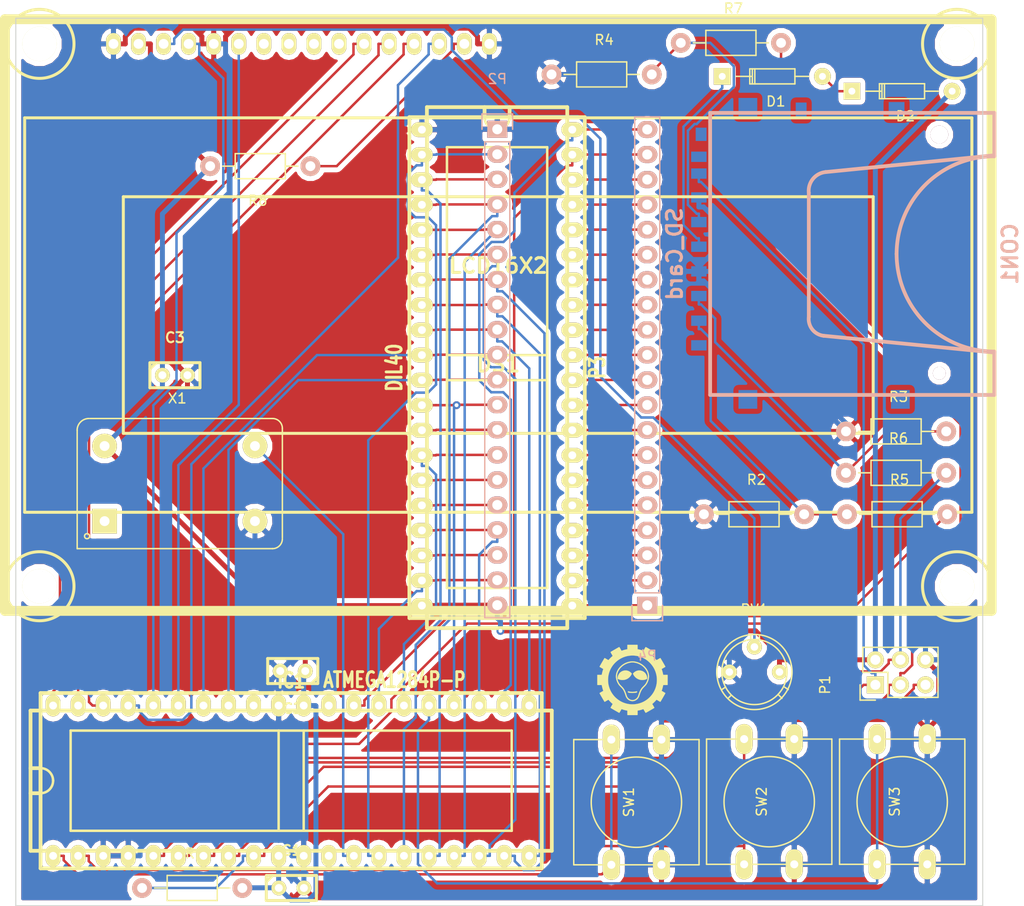
<source format=kicad_pcb>
(kicad_pcb (version 20160815) (host pcbnew "(2016-08-20 BZR 7083)-product")
  (layers (0 F.Cu signal) (31 B.Cu signal) (34 B.Paste user) (35 F.Paste user) (36 B.SilkS user) (37 F.SilkS user) (38 B.Mask user) (39 F.Mask user) (44 Edge.Cuts user))
  (net 0 "")
  (net 1 +5V)
  (net 2 GND)
  (net 3 "Net-(CON1-Pad9)")
  (net 4 "Net-(CON1-Pad1)")
  (net 5 "Net-(CON1-Pad2)")
  (net 6 "Net-(CON1-Pad4)")
  (net 7 "Net-(CON1-Pad5)")
  (net 8 "/SD Karte/MISO")
  (net 9 "Net-(CON1-Pad8)")
  (net 10 "Net-(D1-Pad2)")
  (net 11 "Net-(DS1-Pad3)")
  (net 12 "/LCD Display/RS")
  (net 13 "/LCD Display/EN")
  (net 14 "Net-(DS1-Pad7)")
  (net 15 "Net-(DS1-Pad8)")
  (net 16 "Net-(DS1-Pad9)")
  (net 17 "Net-(DS1-Pad10)")
  (net 18 "/LCD Display/D0")
  (net 19 "/LCD Display/D1")
  (net 20 "/LCD Display/D2")
  (net 21 "/LCD Display/D3")
  (net 22 "Net-(DS1-Pad15)")
  (net 23 "Net-(IC1-Pad1)")
  (net 24 "Net-(IC1-Pad2)")
  (net 25 "/SD Karte/SS")
  (net 26 "/SD Karte/MOSI")
  (net 27 "/SD Karte/SCK")
  (net 28 "Net-(IC1-Pad9)")
  (net 29 "Net-(IC1-Pad12)")
  (net 30 "Net-(IC1-Pad13)")
  (net 31 "/VIA 6522 Sockel/PA0")
  (net 32 "/VIA 6522 Sockel/PA1")
  (net 33 "/VIA 6522 Sockel/PA2")
  (net 34 "/VIA 6522 Sockel/PA3")
  (net 35 "/VIA 6522 Sockel/PA4")
  (net 36 "/VIA 6522 Sockel/PA5")
  (net 37 "/VIA 6522 Sockel/PA6")
  (net 38 "/VIA 6522 Sockel/PA7")
  (net 39 "/VIA 6522 Sockel/BRDY")
  (net 40 "/VIA 6522 Sockel/SYNC")
  (net 41 "/VIA 6522 Sockel/MTR")
  (net 42 "Net-(IC1-Pad25)")
  (net 43 "/VIA 6522 Sockel/WPS")
  (net 44 "/VIA 6522 Sockel/OE")
  (net 45 "/VIA 6522 Sockel/SOE")
  (net 46 "Net-(IC1-Pad29)")
  (net 47 "Net-(IC1-Pad32)")
  (net 48 "/VIA 6522 Sockel/SPT0")
  (net 49 "/VIA 6522 Sockel/STP1")
  (net 50 "/VIA 6522 Sockel/ACT")
  (net 51 "/VIA 6522 Sockel/DS0")
  (net 52 "/VIA 6522 Sockel/DS1")
  (net 53 "/VIA 6522 Sockel/NC")
  (net 54 "Net-(P3-Pad21)")
  (net 55 "Net-(P3-Pad22)")
  (net 56 "Net-(P3-Pad23)")
  (net 57 "Net-(P3-Pad24)")
  (net 58 "Net-(P3-Pad25)")
  (net 59 "Net-(P3-Pad26)")
  (net 60 "Net-(P3-Pad27)")
  (net 61 "Net-(P3-Pad28)")
  (net 62 "Net-(P3-Pad29)")
  (net 63 "Net-(P3-Pad30)")
  (net 64 "Net-(P3-Pad31)")
  (net 65 "Net-(P3-Pad32)")
  (net 66 "Net-(P3-Pad33)")
  (net 67 "Net-(P3-Pad34)")
  (net 68 "Net-(P3-Pad35)")
  (net 69 "Net-(P3-Pad36)")
  (net 70 "Net-(P3-Pad37)")
  (net 71 "Net-(P3-Pad38)")
  (net 72 "Net-(X1-Pad1)")
  (module w_capacitors:cnp_3mm_disc (layer F.Cu) (at 126.43 136.9)
    (fp_text reference C1 (at 0 -3.81) (layer F.SilkS) (effects (font (size 1.016 1.016) (thickness 0.2032))))
    (fp_text value 100n hide)
    (pad 1 thru_hole circle (at -1.27 0) (size 1.50114 1.50114) (drill 0.8001) (layers *.Cu *.Mask F.SilkS) (net 1 +5V))
    (pad 2 thru_hole circle (at 1.27 0) (size 1.50114 1.50114) (drill 0.8001) (layers *.Cu *.Mask F.SilkS) (net 2 GND))
  )
  (module w_capacitors:cnp_3mm_disc (layer F.Cu) (at 126.57 114.9 180)
    (fp_text reference C2 (at 0 -3.81 180) (layer F.SilkS) (effects (font (size 1.016 1.016) (thickness 0.2032))))
    (fp_text value 100n hide)
    (pad 1 thru_hole circle (at -1.27 0 180) (size 1.50114 1.50114) (drill 0.8001) (layers *.Cu *.Mask F.SilkS) (net 1 +5V))
    (pad 2 thru_hole circle (at 1.27 0 180) (size 1.50114 1.50114) (drill 0.8001) (layers *.Cu *.Mask F.SilkS) (net 2 GND))
  )
  (module w_capacitors:cnp_3mm_disc (layer F.Cu) (at 114.63 84.9)
    (fp_text reference C3 (at 0 -3.81) (layer F.SilkS) (effects (font (size 1.016 1.016) (thickness 0.2032))))
    (fp_text value 100n hide)
    (pad 1 thru_hole circle (at -1.27 0) (size 1.50114 1.50114) (drill 0.8001) (layers *.Cu *.Mask F.SilkS) (net 1 +5V))
    (pad 2 thru_hole circle (at 1.27 0) (size 1.50114 1.50114) (drill 0.8001) (layers *.Cu *.Mask F.SilkS) (net 2 GND))
  )
  (module w_conn_misc:sd_socket (layer B.Cu) (at 182.275 72.6006 270)
    (fp_text reference CON1 (at 0 -17.00022 270) (layer B.SilkS) (effects (font (thickness 0.3048)) (justify mirror)))
    (fp_text value SD_Card (at 0 17.00022 270) (layer B.SilkS) (effects (font (thickness 0.3048)) (justify mirror)))
    (pad 9 smd rect (at 9.271 14.54404 270) (size 1.04902 1.55956) (layers B.Cu B.Paste B.Mask) (net 3 "Net-(CON1-Pad9)"))
    (pad 1 smd rect (at 6.77164 14.54404 270) (size 1.04902 1.55956) (layers B.Cu B.Paste B.Mask) (net 4 "Net-(CON1-Pad1)"))
    (pad 2 smd rect (at 4.26974 14.54404 270) (size 1.04902 1.55956) (layers B.Cu B.Paste B.Mask) (net 5 "Net-(CON1-Pad2)"))
    (pad 3 smd rect (at 1.77038 14.54404 270) (size 1.04902 1.55956) (layers B.Cu B.Paste B.Mask) (net 2 GND))
    (pad 4 smd rect (at -0.72898 14.54404 270) (size 1.04902 1.55956) (layers B.Cu B.Paste B.Mask) (net 6 "Net-(CON1-Pad4)"))
    (pad 5 smd rect (at -3.22834 14.54404 270) (size 1.04902 1.55956) (layers B.Cu B.Paste B.Mask) (net 7 "Net-(CON1-Pad5)"))
    (pad 6 smd rect (at -5.73024 14.54404 270) (size 1.04902 1.55956) (layers B.Cu B.Paste B.Mask) (net 2 GND))
    (pad 7 smd rect (at -8.14832 14.54404 270) (size 1.04902 1.55956) (layers B.Cu B.Paste B.Mask) (net 8 "/SD Karte/MISO"))
    (pad 8 smd rect (at -9.85012 14.54404 270) (size 1.04902 1.55956) (layers B.Cu B.Paste B.Mask) (net 9 "Net-(CON1-Pad8)"))
    (pad CD smd rect (at -12.1285 14.31544 270) (size 1.34874 1.09982) (layers B.Cu B.Paste B.Mask))
    (pad "" smd rect (at 14.74978 9.5758 270) (size 1.89992 1.89992) (layers B.Cu B.Paste B.Mask))
    (pad "" smd rect (at 14.74978 -5.87502 270) (size 1.89992 1.89992) (layers B.Cu B.Paste B.Mask))
    (pad "" smd rect (at -14.86916 9.5758 270) (size 1.89992 1.89992) (layers B.Cu B.Paste B.Mask))
    (pad COM smd rect (at -14.54912 4.17576 270) (size 1.6002 1.09982) (layers B.Cu B.Paste B.Mask))
    (pad WP smd rect (at -14.59992 -5.49402 270) (size 1.6002 1.6002) (layers B.Cu B.Paste B.Mask))
    (pad "" thru_hole circle (at 12.10056 -9.82472 270) (size 1.30048 1.30048) (drill 1.30048) (layers *.Cu *.Mask B.SilkS))
    (pad "" thru_hole circle (at -12.10056 -9.82472 270) (size 1.80086 1.80086) (drill 1.80086) (layers *.Cu *.Mask B.SilkS))
  )
  (module Diodes_ThroughHole:Diode_DO-35_SOD27_Horizontal_RM10 (layer F.Cu) (at 170.1 54.6)
    (fp_text reference D1 (at 5.43052 2.53746) (layer F.SilkS))
    (fp_text value 1N4148)
    (pad 2 thru_hole circle (at 10.16052 -0.00254 180) (size 1.69926 1.69926) (drill 0.70104) (layers *.Cu *.Mask F.SilkS) (net 10 "Net-(D1-Pad2)"))
    (pad 1 thru_hole rect (at 0.00052 -0.00254 180) (size 1.69926 1.69926) (drill 0.70104) (layers *.Cu *.Mask F.SilkS) (net 6 "Net-(CON1-Pad4)"))
  )
  (module Diodes_ThroughHole:Diode_DO-35_SOD27_Horizontal_RM10 (layer F.Cu) (at 183.239 56.1025)
    (fp_text reference D2 (at 5.43052 2.53746) (layer F.SilkS))
    (fp_text value 1N4148)
    (pad 2 thru_hole circle (at 10.16052 -0.00254 180) (size 1.69926 1.69926) (drill 0.70104) (layers *.Cu *.Mask F.SilkS) (net 1 +5V))
    (pad 1 thru_hole rect (at 0.00052 -0.00254 180) (size 1.69926 1.69926) (drill 0.70104) (layers *.Cu *.Mask F.SilkS) (net 10 "Net-(D1-Pad2)"))
  )
  (module w_indicators:lcd_20x4 (layer F.Cu) (at 147.4 78.8)
    (fp_text reference DS1 (at 0 5.00126) (layer F.SilkS) (effects (font (size 1.5 1.5) (thickness 0.3))))
    (fp_text value LCD16X2 (at 0 -5.00126) (layer F.SilkS) (effects (font (size 1.5 1.5) (thickness 0.3))))
    (pad "" np_thru_hole circle (at -46.49978 -27.50058) (size 3.5 3.5) (drill 3.5) (layers *.Cu *.Mask F.SilkS))
    (pad "" np_thru_hole circle (at 46.49978 -27.50058) (size 3.5 3.5) (drill 3.5) (layers *.Cu *.Mask F.SilkS))
    (pad "" np_thru_hole circle (at 46.49978 27.50058) (size 3.5 3.5) (drill 3.5) (layers *.Cu *.Mask F.SilkS))
    (pad "" np_thru_hole circle (at -46.5 27.5) (size 3.5 3.5) (drill 3.5) (layers *.Cu *.Mask F.SilkS))
    (pad 1 thru_hole oval (at -39 -27.5) (size 1.5 2.2) (drill 1) (layers *.Cu *.Mask F.SilkS) (net 2 GND))
    (pad 2 thru_hole oval (at -36.46 -27.5) (size 1.5 2.2) (drill 1) (layers *.Cu *.Mask F.SilkS) (net 1 +5V))
    (pad 3 thru_hole oval (at -33.92 -27.5) (size 1.5 2.2) (drill 1) (layers *.Cu *.Mask F.SilkS) (net 11 "Net-(DS1-Pad3)"))
    (pad 4 thru_hole oval (at -31.38 -27.5) (size 1.5 2.2) (drill 1) (layers *.Cu *.Mask F.SilkS) (net 12 "/LCD Display/RS"))
    (pad 5 thru_hole oval (at -28.84 -27.5) (size 1.5 2.2) (drill 1) (layers *.Cu *.Mask F.SilkS) (net 2 GND))
    (pad 6 thru_hole oval (at -26.3 -27.5) (size 1.5 2.2) (drill 1) (layers *.Cu *.Mask F.SilkS) (net 13 "/LCD Display/EN"))
    (pad 7 thru_hole oval (at -23.76 -27.5) (size 1.5 2.2) (drill 1) (layers *.Cu *.Mask F.SilkS) (net 14 "Net-(DS1-Pad7)"))
    (pad 8 thru_hole oval (at -21.22 -27.5) (size 1.5 2.2) (drill 1) (layers *.Cu *.Mask F.SilkS) (net 15 "Net-(DS1-Pad8)"))
    (pad 9 thru_hole oval (at -18.68 -27.5) (size 1.5 2.2) (drill 1) (layers *.Cu *.Mask F.SilkS) (net 16 "Net-(DS1-Pad9)"))
    (pad 10 thru_hole oval (at -16.14 -27.5) (size 1.5 2.2) (drill 1) (layers *.Cu *.Mask F.SilkS) (net 17 "Net-(DS1-Pad10)"))
    (pad 11 thru_hole oval (at -13.6 -27.5) (size 1.5 2.2) (drill 1) (layers *.Cu *.Mask F.SilkS) (net 18 "/LCD Display/D0"))
    (pad 12 thru_hole oval (at -11.06 -27.5) (size 1.5 2.2) (drill 1) (layers *.Cu *.Mask F.SilkS) (net 19 "/LCD Display/D1"))
    (pad 13 thru_hole oval (at -8.52 -27.5) (size 1.5 2.2) (drill 1) (layers *.Cu *.Mask F.SilkS) (net 20 "/LCD Display/D2"))
    (pad 14 thru_hole oval (at -5.98 -27.5) (size 1.5 2.2) (drill 1) (layers *.Cu *.Mask F.SilkS) (net 21 "/LCD Display/D3"))
    (pad 15 thru_hole oval (at -3.44 -27.5) (size 1.5 2.2) (drill 1) (layers *.Cu *.Mask F.SilkS) (net 22 "Net-(DS1-Pad15)"))
    (pad 16 thru_hole oval (at -0.9 -27.5) (size 1.5 2.2) (drill 1) (layers *.Cu *.Mask F.SilkS) (net 2 GND))
  )
  (module w_pth_circuits:dil_40-600_socket (layer F.Cu) (at 126.41 126.02)
    (fp_text reference IC1 (at 0 -10.16) (layer F.SilkS) (effects (font (size 1.524 1.143) (thickness 0.28702))))
    (fp_text value ATMEGA1284P-P (at 10.47 -10.22) (layer F.SilkS) (effects (font (size 1.524 1.143) (thickness 0.28702))))
    (pad 1 thru_hole oval (at -24.13 7.62) (size 1.50114 2.19964) (drill 0.8001) (layers *.Cu *.Mask F.SilkS) (net 23 "Net-(IC1-Pad1)"))
    (pad 2 thru_hole oval (at -21.59 7.62) (size 1.50114 2.19964) (drill 0.8001) (layers *.Cu *.Mask F.SilkS) (net 24 "Net-(IC1-Pad2)"))
    (pad 3 thru_hole oval (at -19.05 7.62) (size 1.50114 2.19964) (drill 0.8001) (layers *.Cu *.Mask F.SilkS) (net 2 GND))
    (pad 4 thru_hole oval (at -16.51 7.62) (size 1.50114 2.19964) (drill 0.8001) (layers *.Cu *.Mask F.SilkS) (net 2 GND))
    (pad 5 thru_hole oval (at -13.97 7.62) (size 1.50114 2.19964) (drill 0.8001) (layers *.Cu *.Mask F.SilkS) (net 25 "/SD Karte/SS"))
    (pad 6 thru_hole oval (at -11.43 7.62) (size 1.50114 2.19964) (drill 0.8001) (layers *.Cu *.Mask F.SilkS) (net 26 "/SD Karte/MOSI"))
    (pad 7 thru_hole oval (at -8.89 7.62) (size 1.50114 2.19964) (drill 0.8001) (layers *.Cu *.Mask F.SilkS) (net 8 "/SD Karte/MISO"))
    (pad 8 thru_hole oval (at -6.35 7.62) (size 1.50114 2.19964) (drill 0.8001) (layers *.Cu *.Mask F.SilkS) (net 27 "/SD Karte/SCK"))
    (pad 9 thru_hole oval (at -3.81 7.62) (size 1.50114 2.19964) (drill 0.8001) (layers *.Cu *.Mask F.SilkS) (net 28 "Net-(IC1-Pad9)"))
    (pad 10 thru_hole oval (at -1.27 7.62) (size 1.50114 2.19964) (drill 0.8001) (layers *.Cu *.Mask F.SilkS) (net 1 +5V))
    (pad 11 thru_hole oval (at 1.27 7.62) (size 1.50114 2.19964) (drill 0.8001) (layers *.Cu *.Mask F.SilkS) (net 2 GND))
    (pad 12 thru_hole oval (at 3.81 7.62) (size 1.50114 2.19964) (drill 0.8001) (layers *.Cu *.Mask F.SilkS) (net 29 "Net-(IC1-Pad12)"))
    (pad 13 thru_hole oval (at 6.35 7.62) (size 1.50114 2.19964) (drill 0.8001) (layers *.Cu *.Mask F.SilkS) (net 30 "Net-(IC1-Pad13)"))
    (pad 14 thru_hole oval (at 8.89 7.62) (size 1.50114 2.19964) (drill 0.8001) (layers *.Cu *.Mask F.SilkS) (net 31 "/VIA 6522 Sockel/PA0"))
    (pad 15 thru_hole oval (at 11.43 7.62) (size 1.50114 2.19964) (drill 0.8001) (layers *.Cu *.Mask F.SilkS) (net 32 "/VIA 6522 Sockel/PA1"))
    (pad 16 thru_hole oval (at 13.97 7.62) (size 1.50114 2.19964) (drill 0.8001) (layers *.Cu *.Mask F.SilkS) (net 33 "/VIA 6522 Sockel/PA2"))
    (pad 17 thru_hole oval (at 16.51 7.62) (size 1.50114 2.19964) (drill 0.8001) (layers *.Cu *.Mask F.SilkS) (net 34 "/VIA 6522 Sockel/PA3"))
    (pad 18 thru_hole oval (at 19.05 7.62) (size 1.50114 2.19964) (drill 0.8001) (layers *.Cu *.Mask F.SilkS) (net 35 "/VIA 6522 Sockel/PA4"))
    (pad 19 thru_hole oval (at 21.59 7.62) (size 1.50114 2.19964) (drill 0.8001) (layers *.Cu *.Mask F.SilkS) (net 36 "/VIA 6522 Sockel/PA5"))
    (pad 20 thru_hole oval (at 24.13 7.62) (size 1.50114 2.19964) (drill 0.8001) (layers *.Cu *.Mask F.SilkS) (net 37 "/VIA 6522 Sockel/PA6"))
    (pad 21 thru_hole oval (at 24.13 -7.62) (size 1.50114 2.19964) (drill 0.8001) (layers *.Cu *.Mask F.SilkS) (net 38 "/VIA 6522 Sockel/PA7"))
    (pad 22 thru_hole oval (at 21.59 -7.62) (size 1.50114 2.19964) (drill 0.8001) (layers *.Cu *.Mask F.SilkS) (net 39 "/VIA 6522 Sockel/BRDY"))
    (pad 23 thru_hole oval (at 19.05 -7.62) (size 1.50114 2.19964) (drill 0.8001) (layers *.Cu *.Mask F.SilkS) (net 40 "/VIA 6522 Sockel/SYNC"))
    (pad 24 thru_hole oval (at 16.51 -7.62) (size 1.50114 2.19964) (drill 0.8001) (layers *.Cu *.Mask F.SilkS) (net 41 "/VIA 6522 Sockel/MTR"))
    (pad 25 thru_hole oval (at 13.97 -7.62) (size 1.50114 2.19964) (drill 0.8001) (layers *.Cu *.Mask F.SilkS) (net 42 "Net-(IC1-Pad25)"))
    (pad 26 thru_hole oval (at 11.43 -7.62) (size 1.50114 2.19964) (drill 0.8001) (layers *.Cu *.Mask F.SilkS) (net 43 "/VIA 6522 Sockel/WPS"))
    (pad 27 thru_hole oval (at 8.89 -7.62) (size 1.50114 2.19964) (drill 0.8001) (layers *.Cu *.Mask F.SilkS) (net 44 "/VIA 6522 Sockel/OE"))
    (pad 28 thru_hole oval (at 6.35 -7.62) (size 1.50114 2.19964) (drill 0.8001) (layers *.Cu *.Mask F.SilkS) (net 45 "/VIA 6522 Sockel/SOE"))
    (pad 29 thru_hole oval (at 3.81 -7.62) (size 1.50114 2.19964) (drill 0.8001) (layers *.Cu *.Mask F.SilkS) (net 46 "Net-(IC1-Pad29)"))
    (pad 30 thru_hole oval (at 1.27 -7.62) (size 1.50114 2.19964) (drill 0.8001) (layers *.Cu *.Mask F.SilkS) (net 1 +5V))
    (pad 31 thru_hole oval (at -1.27 -7.62) (size 1.50114 2.19964) (drill 0.8001) (layers *.Cu *.Mask F.SilkS) (net 2 GND))
    (pad 32 thru_hole oval (at -3.81 -7.62) (size 1.50114 2.19964) (drill 0.8001) (layers *.Cu *.Mask F.SilkS) (net 47 "Net-(IC1-Pad32)"))
    (pad 33 thru_hole oval (at -6.35 -7.62) (size 1.50114 2.19964) (drill 0.8001) (layers *.Cu *.Mask F.SilkS) (net 48 "/VIA 6522 Sockel/SPT0"))
    (pad 34 thru_hole oval (at -8.89 -7.62) (size 1.50114 2.19964) (drill 0.8001) (layers *.Cu *.Mask F.SilkS) (net 49 "/VIA 6522 Sockel/STP1"))
    (pad 35 thru_hole oval (at -11.43 -7.62) (size 1.50114 2.19964) (drill 0.8001) (layers *.Cu *.Mask F.SilkS) (net 13 "/LCD Display/EN"))
    (pad 36 thru_hole oval (at -13.97 -7.62) (size 1.50114 2.19964) (drill 0.8001) (layers *.Cu *.Mask F.SilkS) (net 12 "/LCD Display/RS"))
    (pad 37 thru_hole oval (at -16.51 -7.62) (size 1.50114 2.19964) (drill 0.8001) (layers *.Cu *.Mask F.SilkS) (net 21 "/LCD Display/D3"))
    (pad 38 thru_hole oval (at -19.05 -7.62) (size 1.50114 2.19964) (drill 0.8001) (layers *.Cu *.Mask F.SilkS) (net 20 "/LCD Display/D2"))
    (pad 39 thru_hole oval (at -21.59 -7.62) (size 1.50114 2.19964) (drill 0.8001) (layers *.Cu *.Mask F.SilkS) (net 19 "/LCD Display/D1"))
    (pad 40 thru_hole oval (at -24.13 -7.62) (size 1.50114 2.19964) (drill 0.8001) (layers *.Cu *.Mask F.SilkS) (net 18 "/LCD Display/D0"))
  )
  (module Pin_Headers:Pin_Header_Straight_2x03 (layer F.Cu) (at 185.62 116.3 90)
    (fp_text reference P1 (at 0 -5.1 90) (layer F.SilkS))
    (fp_text value ISP)
    (pad 1 thru_hole rect (at 0 0 90) (size 1.7272 1.7272) (drill 1.016) (layers *.Cu *.Mask F.SilkS) (net 8 "/SD Karte/MISO"))
    (pad 2 thru_hole oval (at 2.54 0 90) (size 1.7272 1.7272) (drill 1.016) (layers *.Cu *.Mask F.SilkS) (net 1 +5V))
    (pad 3 thru_hole oval (at 0 2.54 90) (size 1.7272 1.7272) (drill 1.016) (layers *.Cu *.Mask F.SilkS) (net 27 "/SD Karte/SCK"))
    (pad 4 thru_hole oval (at 2.54 2.54 90) (size 1.7272 1.7272) (drill 1.016) (layers *.Cu *.Mask F.SilkS) (net 26 "/SD Karte/MOSI"))
    (pad 5 thru_hole oval (at 0 5.08 90) (size 1.7272 1.7272) (drill 1.016) (layers *.Cu *.Mask F.SilkS) (net 28 "Net-(IC1-Pad9)"))
    (pad 6 thru_hole oval (at 2.54 5.08 90) (size 1.7272 1.7272) (drill 1.016) (layers *.Cu *.Mask F.SilkS) (net 2 GND))
  )
  (module Pin_Headers:Pin_Header_Straight_1x20 (layer B.Cu) (at 147.3 59.96 180)
    (fp_text reference P2 (at 0 5.1 180) (layer B.SilkS) (effects (justify mirror)))
    (fp_text value VIA_PIN_1-20)
    (pad 1 thru_hole rect (at 0 0 180) (size 2.032 1.7272) (drill 1.016) (layers *.Cu *.Mask B.SilkS) (net 2 GND))
    (pad 2 thru_hole oval (at 0 -2.54 180) (size 2.032 1.7272) (drill 1.016) (layers *.Cu *.Mask B.SilkS) (net 31 "/VIA 6522 Sockel/PA0"))
    (pad 3 thru_hole oval (at 0 -5.08 180) (size 2.032 1.7272) (drill 1.016) (layers *.Cu *.Mask B.SilkS) (net 32 "/VIA 6522 Sockel/PA1"))
    (pad 4 thru_hole oval (at 0 -7.62 180) (size 2.032 1.7272) (drill 1.016) (layers *.Cu *.Mask B.SilkS) (net 33 "/VIA 6522 Sockel/PA2"))
    (pad 5 thru_hole oval (at 0 -10.16 180) (size 2.032 1.7272) (drill 1.016) (layers *.Cu *.Mask B.SilkS) (net 34 "/VIA 6522 Sockel/PA3"))
    (pad 6 thru_hole oval (at 0 -12.7 180) (size 2.032 1.7272) (drill 1.016) (layers *.Cu *.Mask B.SilkS) (net 35 "/VIA 6522 Sockel/PA4"))
    (pad 7 thru_hole oval (at 0 -15.24 180) (size 2.032 1.7272) (drill 1.016) (layers *.Cu *.Mask B.SilkS) (net 36 "/VIA 6522 Sockel/PA5"))
    (pad 8 thru_hole oval (at 0 -17.78 180) (size 2.032 1.7272) (drill 1.016) (layers *.Cu *.Mask B.SilkS) (net 37 "/VIA 6522 Sockel/PA6"))
    (pad 9 thru_hole oval (at 0 -20.32 180) (size 2.032 1.7272) (drill 1.016) (layers *.Cu *.Mask B.SilkS) (net 38 "/VIA 6522 Sockel/PA7"))
    (pad 10 thru_hole oval (at 0 -22.86 180) (size 2.032 1.7272) (drill 1.016) (layers *.Cu *.Mask B.SilkS) (net 49 "/VIA 6522 Sockel/STP1"))
    (pad 11 thru_hole oval (at 0 -25.4 180) (size 2.032 1.7272) (drill 1.016) (layers *.Cu *.Mask B.SilkS) (net 48 "/VIA 6522 Sockel/SPT0"))
    (pad 12 thru_hole oval (at 0 -27.94 180) (size 2.032 1.7272) (drill 1.016) (layers *.Cu *.Mask B.SilkS) (net 41 "/VIA 6522 Sockel/MTR"))
    (pad 13 thru_hole oval (at 0 -30.48 180) (size 2.032 1.7272) (drill 1.016) (layers *.Cu *.Mask B.SilkS) (net 50 "/VIA 6522 Sockel/ACT"))
    (pad 14 thru_hole oval (at 0 -33.02 180) (size 2.032 1.7272) (drill 1.016) (layers *.Cu *.Mask B.SilkS) (net 43 "/VIA 6522 Sockel/WPS"))
    (pad 15 thru_hole oval (at 0 -35.56 180) (size 2.032 1.7272) (drill 1.016) (layers *.Cu *.Mask B.SilkS) (net 51 "/VIA 6522 Sockel/DS0"))
    (pad 16 thru_hole oval (at 0 -38.1 180) (size 2.032 1.7272) (drill 1.016) (layers *.Cu *.Mask B.SilkS) (net 52 "/VIA 6522 Sockel/DS1"))
    (pad 17 thru_hole oval (at 0 -40.64 180) (size 2.032 1.7272) (drill 1.016) (layers *.Cu *.Mask B.SilkS) (net 40 "/VIA 6522 Sockel/SYNC"))
    (pad 18 thru_hole oval (at 0 -43.18 180) (size 2.032 1.7272) (drill 1.016) (layers *.Cu *.Mask B.SilkS) (net 53 "/VIA 6522 Sockel/NC"))
    (pad 19 thru_hole oval (at 0 -45.72 180) (size 2.032 1.7272) (drill 1.016) (layers *.Cu *.Mask B.SilkS) (net 44 "/VIA 6522 Sockel/OE"))
    (pad 20 thru_hole oval (at 0 -48.26 180) (size 2.032 1.7272) (drill 1.016) (layers *.Cu *.Mask B.SilkS) (net 1 +5V))
  )
  (module w_pth_circuits:dil_40-600_socket (layer F.Cu) (at 147.28 84.13 270)
    (fp_text reference P3 (at 0 -10.16 270) (layer F.SilkS) (effects (font (size 1.524 1.143) (thickness 0.28702))))
    (fp_text value DIL40 (at 0 10.414 270) (layer F.SilkS) (effects (font (size 1.524 1.143) (thickness 0.28702))))
    (pad 1 thru_hole oval (at -24.13 7.62 270) (size 1.50114 2.19964) (drill 0.8001) (layers *.Cu *.Mask F.SilkS) (net 2 GND))
    (pad 2 thru_hole oval (at -21.59 7.62 270) (size 1.50114 2.19964) (drill 0.8001) (layers *.Cu *.Mask F.SilkS) (net 31 "/VIA 6522 Sockel/PA0"))
    (pad 3 thru_hole oval (at -19.05 7.62 270) (size 1.50114 2.19964) (drill 0.8001) (layers *.Cu *.Mask F.SilkS) (net 32 "/VIA 6522 Sockel/PA1"))
    (pad 4 thru_hole oval (at -16.51 7.62 270) (size 1.50114 2.19964) (drill 0.8001) (layers *.Cu *.Mask F.SilkS) (net 33 "/VIA 6522 Sockel/PA2"))
    (pad 5 thru_hole oval (at -13.97 7.62 270) (size 1.50114 2.19964) (drill 0.8001) (layers *.Cu *.Mask F.SilkS) (net 34 "/VIA 6522 Sockel/PA3"))
    (pad 6 thru_hole oval (at -11.43 7.62 270) (size 1.50114 2.19964) (drill 0.8001) (layers *.Cu *.Mask F.SilkS) (net 35 "/VIA 6522 Sockel/PA4"))
    (pad 7 thru_hole oval (at -8.89 7.62 270) (size 1.50114 2.19964) (drill 0.8001) (layers *.Cu *.Mask F.SilkS) (net 36 "/VIA 6522 Sockel/PA5"))
    (pad 8 thru_hole oval (at -6.35 7.62 270) (size 1.50114 2.19964) (drill 0.8001) (layers *.Cu *.Mask F.SilkS) (net 37 "/VIA 6522 Sockel/PA6"))
    (pad 9 thru_hole oval (at -3.81 7.62 270) (size 1.50114 2.19964) (drill 0.8001) (layers *.Cu *.Mask F.SilkS) (net 38 "/VIA 6522 Sockel/PA7"))
    (pad 10 thru_hole oval (at -1.27 7.62 270) (size 1.50114 2.19964) (drill 0.8001) (layers *.Cu *.Mask F.SilkS) (net 49 "/VIA 6522 Sockel/STP1"))
    (pad 11 thru_hole oval (at 1.27 7.62 270) (size 1.50114 2.19964) (drill 0.8001) (layers *.Cu *.Mask F.SilkS) (net 48 "/VIA 6522 Sockel/SPT0"))
    (pad 12 thru_hole oval (at 3.81 7.62 270) (size 1.50114 2.19964) (drill 0.8001) (layers *.Cu *.Mask F.SilkS) (net 41 "/VIA 6522 Sockel/MTR"))
    (pad 13 thru_hole oval (at 6.35 7.62 270) (size 1.50114 2.19964) (drill 0.8001) (layers *.Cu *.Mask F.SilkS) (net 50 "/VIA 6522 Sockel/ACT"))
    (pad 14 thru_hole oval (at 8.89 7.62 270) (size 1.50114 2.19964) (drill 0.8001) (layers *.Cu *.Mask F.SilkS) (net 43 "/VIA 6522 Sockel/WPS"))
    (pad 15 thru_hole oval (at 11.43 7.62 270) (size 1.50114 2.19964) (drill 0.8001) (layers *.Cu *.Mask F.SilkS) (net 51 "/VIA 6522 Sockel/DS0"))
    (pad 16 thru_hole oval (at 13.97 7.62 270) (size 1.50114 2.19964) (drill 0.8001) (layers *.Cu *.Mask F.SilkS) (net 52 "/VIA 6522 Sockel/DS1"))
    (pad 17 thru_hole oval (at 16.51 7.62 270) (size 1.50114 2.19964) (drill 0.8001) (layers *.Cu *.Mask F.SilkS) (net 40 "/VIA 6522 Sockel/SYNC"))
    (pad 18 thru_hole oval (at 19.05 7.62 270) (size 1.50114 2.19964) (drill 0.8001) (layers *.Cu *.Mask F.SilkS) (net 53 "/VIA 6522 Sockel/NC"))
    (pad 19 thru_hole oval (at 21.59 7.62 270) (size 1.50114 2.19964) (drill 0.8001) (layers *.Cu *.Mask F.SilkS) (net 44 "/VIA 6522 Sockel/OE"))
    (pad 20 thru_hole oval (at 24.13 7.62 270) (size 1.50114 2.19964) (drill 0.8001) (layers *.Cu *.Mask F.SilkS) (net 1 +5V))
    (pad 21 thru_hole oval (at 24.13 -7.62 270) (size 1.50114 2.19964) (drill 0.8001) (layers *.Cu *.Mask F.SilkS) (net 54 "Net-(P3-Pad21)"))
    (pad 22 thru_hole oval (at 21.59 -7.62 270) (size 1.50114 2.19964) (drill 0.8001) (layers *.Cu *.Mask F.SilkS) (net 55 "Net-(P3-Pad22)"))
    (pad 23 thru_hole oval (at 19.05 -7.62 270) (size 1.50114 2.19964) (drill 0.8001) (layers *.Cu *.Mask F.SilkS) (net 56 "Net-(P3-Pad23)"))
    (pad 24 thru_hole oval (at 16.51 -7.62 270) (size 1.50114 2.19964) (drill 0.8001) (layers *.Cu *.Mask F.SilkS) (net 57 "Net-(P3-Pad24)"))
    (pad 25 thru_hole oval (at 13.97 -7.62 270) (size 1.50114 2.19964) (drill 0.8001) (layers *.Cu *.Mask F.SilkS) (net 58 "Net-(P3-Pad25)"))
    (pad 26 thru_hole oval (at 11.43 -7.62 270) (size 1.50114 2.19964) (drill 0.8001) (layers *.Cu *.Mask F.SilkS) (net 59 "Net-(P3-Pad26)"))
    (pad 27 thru_hole oval (at 8.89 -7.62 270) (size 1.50114 2.19964) (drill 0.8001) (layers *.Cu *.Mask F.SilkS) (net 60 "Net-(P3-Pad27)"))
    (pad 28 thru_hole oval (at 6.35 -7.62 270) (size 1.50114 2.19964) (drill 0.8001) (layers *.Cu *.Mask F.SilkS) (net 61 "Net-(P3-Pad28)"))
    (pad 29 thru_hole oval (at 3.81 -7.62 270) (size 1.50114 2.19964) (drill 0.8001) (layers *.Cu *.Mask F.SilkS) (net 62 "Net-(P3-Pad29)"))
    (pad 30 thru_hole oval (at 1.27 -7.62 270) (size 1.50114 2.19964) (drill 0.8001) (layers *.Cu *.Mask F.SilkS) (net 63 "Net-(P3-Pad30)"))
    (pad 31 thru_hole oval (at -1.27 -7.62 270) (size 1.50114 2.19964) (drill 0.8001) (layers *.Cu *.Mask F.SilkS) (net 64 "Net-(P3-Pad31)"))
    (pad 32 thru_hole oval (at -3.81 -7.62 270) (size 1.50114 2.19964) (drill 0.8001) (layers *.Cu *.Mask F.SilkS) (net 65 "Net-(P3-Pad32)"))
    (pad 33 thru_hole oval (at -6.35 -7.62 270) (size 1.50114 2.19964) (drill 0.8001) (layers *.Cu *.Mask F.SilkS) (net 66 "Net-(P3-Pad33)"))
    (pad 34 thru_hole oval (at -8.89 -7.62 270) (size 1.50114 2.19964) (drill 0.8001) (layers *.Cu *.Mask F.SilkS) (net 67 "Net-(P3-Pad34)"))
    (pad 35 thru_hole oval (at -11.43 -7.62 270) (size 1.50114 2.19964) (drill 0.8001) (layers *.Cu *.Mask F.SilkS) (net 68 "Net-(P3-Pad35)"))
    (pad 36 thru_hole oval (at -13.97 -7.62 270) (size 1.50114 2.19964) (drill 0.8001) (layers *.Cu *.Mask F.SilkS) (net 69 "Net-(P3-Pad36)"))
    (pad 37 thru_hole oval (at -16.51 -7.62 270) (size 1.50114 2.19964) (drill 0.8001) (layers *.Cu *.Mask F.SilkS) (net 70 "Net-(P3-Pad37)"))
    (pad 38 thru_hole oval (at -19.05 -7.62 270) (size 1.50114 2.19964) (drill 0.8001) (layers *.Cu *.Mask F.SilkS) (net 71 "Net-(P3-Pad38)"))
    (pad 39 thru_hole oval (at -21.59 -7.62 270) (size 1.50114 2.19964) (drill 0.8001) (layers *.Cu *.Mask F.SilkS) (net 45 "/VIA 6522 Sockel/SOE"))
    (pad 40 thru_hole oval (at -24.13 -7.62 270) (size 1.50114 2.19964) (drill 0.8001) (layers *.Cu *.Mask F.SilkS) (net 39 "/VIA 6522 Sockel/BRDY"))
  )
  (module Pin_Headers:Pin_Header_Straight_1x20 (layer B.Cu) (at 162.5 108.24)
    (fp_text reference P4 (at 0 5.1) (layer B.SilkS) (effects (justify mirror)))
    (fp_text value VIA_PIN_21-40)
    (pad 1 thru_hole rect (at 0 0) (size 2.032 1.7272) (drill 1.016) (layers *.Cu *.Mask B.SilkS) (net 54 "Net-(P3-Pad21)"))
    (pad 2 thru_hole oval (at 0 -2.54) (size 2.032 1.7272) (drill 1.016) (layers *.Cu *.Mask B.SilkS) (net 55 "Net-(P3-Pad22)"))
    (pad 3 thru_hole oval (at 0 -5.08) (size 2.032 1.7272) (drill 1.016) (layers *.Cu *.Mask B.SilkS) (net 56 "Net-(P3-Pad23)"))
    (pad 4 thru_hole oval (at 0 -7.62) (size 2.032 1.7272) (drill 1.016) (layers *.Cu *.Mask B.SilkS) (net 57 "Net-(P3-Pad24)"))
    (pad 5 thru_hole oval (at 0 -10.16) (size 2.032 1.7272) (drill 1.016) (layers *.Cu *.Mask B.SilkS) (net 58 "Net-(P3-Pad25)"))
    (pad 6 thru_hole oval (at 0 -12.7) (size 2.032 1.7272) (drill 1.016) (layers *.Cu *.Mask B.SilkS) (net 59 "Net-(P3-Pad26)"))
    (pad 7 thru_hole oval (at 0 -15.24) (size 2.032 1.7272) (drill 1.016) (layers *.Cu *.Mask B.SilkS) (net 60 "Net-(P3-Pad27)"))
    (pad 8 thru_hole oval (at 0 -17.78) (size 2.032 1.7272) (drill 1.016) (layers *.Cu *.Mask B.SilkS) (net 61 "Net-(P3-Pad28)"))
    (pad 9 thru_hole oval (at 0 -20.32) (size 2.032 1.7272) (drill 1.016) (layers *.Cu *.Mask B.SilkS) (net 62 "Net-(P3-Pad29)"))
    (pad 10 thru_hole oval (at 0 -22.86) (size 2.032 1.7272) (drill 1.016) (layers *.Cu *.Mask B.SilkS) (net 63 "Net-(P3-Pad30)"))
    (pad 11 thru_hole oval (at 0 -25.4) (size 2.032 1.7272) (drill 1.016) (layers *.Cu *.Mask B.SilkS) (net 64 "Net-(P3-Pad31)"))
    (pad 12 thru_hole oval (at 0 -27.94) (size 2.032 1.7272) (drill 1.016) (layers *.Cu *.Mask B.SilkS) (net 65 "Net-(P3-Pad32)"))
    (pad 13 thru_hole oval (at 0 -30.48) (size 2.032 1.7272) (drill 1.016) (layers *.Cu *.Mask B.SilkS) (net 66 "Net-(P3-Pad33)"))
    (pad 14 thru_hole oval (at 0 -33.02) (size 2.032 1.7272) (drill 1.016) (layers *.Cu *.Mask B.SilkS) (net 67 "Net-(P3-Pad34)"))
    (pad 15 thru_hole oval (at 0 -35.56) (size 2.032 1.7272) (drill 1.016) (layers *.Cu *.Mask B.SilkS) (net 68 "Net-(P3-Pad35)"))
    (pad 16 thru_hole oval (at 0 -38.1) (size 2.032 1.7272) (drill 1.016) (layers *.Cu *.Mask B.SilkS) (net 69 "Net-(P3-Pad36)"))
    (pad 17 thru_hole oval (at 0 -40.64) (size 2.032 1.7272) (drill 1.016) (layers *.Cu *.Mask B.SilkS) (net 70 "Net-(P3-Pad37)"))
    (pad 18 thru_hole oval (at 0 -43.18) (size 2.032 1.7272) (drill 1.016) (layers *.Cu *.Mask B.SilkS) (net 71 "Net-(P3-Pad38)"))
    (pad 19 thru_hole oval (at 0 -45.72) (size 2.032 1.7272) (drill 1.016) (layers *.Cu *.Mask B.SilkS) (net 45 "/VIA 6522 Sockel/SOE"))
    (pad 20 thru_hole oval (at 0 -48.26) (size 2.032 1.7272) (drill 1.016) (layers *.Cu *.Mask B.SilkS) (net 39 "/VIA 6522 Sockel/BRDY"))
  )
  (module Resistors_ThroughHole:Resistor_Horizontal_RM10mm (layer F.Cu) (at 111.3 136.9)
    (fp_text reference R1 (at 5.32892 -3.50012) (layer F.SilkS))
    (fp_text value 10k)
    (pad 1 thru_hole circle (at 0 0) (size 1.99898 1.99898) (drill 1.00076) (layers *.Cu *.SilkS *.Mask) (net 28 "Net-(IC1-Pad9)"))
    (pad 2 thru_hole circle (at 10.16 0) (size 1.99898 1.99898) (drill 1.00076) (layers *.Cu *.SilkS *.Mask) (net 1 +5V))
  )
  (module Resistors_ThroughHole:Resistor_Horizontal_RM10mm (layer F.Cu) (at 168.24 99)
    (fp_text reference R2 (at 5.32892 -3.50012) (layer F.SilkS))
    (fp_text value 3,3k)
    (pad 1 thru_hole circle (at 0 0) (size 1.99898 1.99898) (drill 1.00076) (layers *.Cu *.SilkS *.Mask) (net 2 GND))
    (pad 2 thru_hole circle (at 10.16 0) (size 1.99898 1.99898) (drill 1.00076) (layers *.Cu *.SilkS *.Mask) (net 4 "Net-(CON1-Pad1)"))
  )
  (module Resistors_ThroughHole:Resistor_Horizontal_RM10mm (layer F.Cu) (at 182.64 90.6)
    (fp_text reference R3 (at 5.32892 -3.50012) (layer F.SilkS))
    (fp_text value 3,3k)
    (pad 1 thru_hole circle (at 0 0) (size 1.99898 1.99898) (drill 1.00076) (layers *.Cu *.SilkS *.Mask) (net 2 GND))
    (pad 2 thru_hole circle (at 10.16 0) (size 1.99898 1.99898) (drill 1.00076) (layers *.Cu *.SilkS *.Mask) (net 5 "Net-(CON1-Pad2)"))
  )
  (module Resistors_ThroughHole:Resistor_Horizontal_RM10mm (layer F.Cu) (at 152.8 54.4)
    (fp_text reference R4 (at 5.32892 -3.50012) (layer F.SilkS))
    (fp_text value 3,3k)
    (pad 1 thru_hole circle (at 0 0) (size 1.99898 1.99898) (drill 1.00076) (layers *.Cu *.SilkS *.Mask) (net 2 GND))
    (pad 2 thru_hole circle (at 10.16 0) (size 1.99898 1.99898) (drill 1.00076) (layers *.Cu *.SilkS *.Mask) (net 7 "Net-(CON1-Pad5)"))
  )
  (module Resistors_ThroughHole:Resistor_Horizontal_RM10mm (layer F.Cu) (at 182.74 99)
    (fp_text reference R5 (at 5.32892 -3.50012) (layer F.SilkS))
    (fp_text value 1,8k)
    (pad 1 thru_hole circle (at 0 0) (size 1.99898 1.99898) (drill 1.00076) (layers *.Cu *.SilkS *.Mask) (net 4 "Net-(CON1-Pad1)"))
    (pad 2 thru_hole circle (at 10.16 0) (size 1.99898 1.99898) (drill 1.00076) (layers *.Cu *.SilkS *.Mask) (net 25 "/SD Karte/SS"))
  )
  (module Resistors_ThroughHole:Resistor_Horizontal_RM10mm (layer F.Cu) (at 182.64 94.8)
    (fp_text reference R6 (at 5.32892 -3.50012) (layer F.SilkS))
    (fp_text value 1,8k)
    (pad 1 thru_hole circle (at 0 0) (size 1.99898 1.99898) (drill 1.00076) (layers *.Cu *.SilkS *.Mask) (net 5 "Net-(CON1-Pad2)"))
    (pad 2 thru_hole circle (at 10.16 0) (size 1.99898 1.99898) (drill 1.00076) (layers *.Cu *.SilkS *.Mask) (net 26 "/SD Karte/MOSI"))
  )
  (module Resistors_ThroughHole:Resistor_Horizontal_RM10mm (layer F.Cu) (at 165.9 51.2)
    (fp_text reference R7 (at 5.32892 -3.50012) (layer F.SilkS))
    (fp_text value 1,8k)
    (pad 1 thru_hole circle (at 0 0) (size 1.99898 1.99898) (drill 1.00076) (layers *.Cu *.SilkS *.Mask) (net 7 "Net-(CON1-Pad5)"))
    (pad 2 thru_hole circle (at 10.16 0) (size 1.99898 1.99898) (drill 1.00076) (layers *.Cu *.SilkS *.Mask) (net 27 "/SD Karte/SCK"))
  )
  (module Resistors_ThroughHole:Resistor_Horizontal_RM10mm (layer F.Cu) (at 128.36 63.7 180)
    (fp_text reference R8 (at 5.32892 -3.50012 180) (layer F.SilkS))
    (fp_text value 150)
    (pad 1 thru_hole circle (at 0 0 180) (size 1.99898 1.99898) (drill 1.00076) (layers *.Cu *.SilkS *.Mask) (net 22 "Net-(DS1-Pad15)"))
    (pad 2 thru_hole circle (at 10.16 0 180) (size 1.99898 1.99898) (drill 1.00076) (layers *.Cu *.SilkS *.Mask) (net 1 +5V))
  )
  (module Potentiometers:Potentiometer_Bourns_3339P_Angular_ScrewUp (layer F.Cu) (at 170.82 115)
    (fp_text reference RV1 (at 2.54 -6.35) (layer F.SilkS))
    (fp_text value 10k)
    (pad 2 thru_hole circle (at 2.54 -2.54) (size 1.524 1.524) (drill 0.762) (layers *.Cu *.Mask F.SilkS) (net 11 "Net-(DS1-Pad3)"))
    (pad 1 thru_hole circle (at 0 0) (size 1.524 1.524) (drill 0.762) (layers *.Cu *.Mask F.SilkS) (net 2 GND))
    (pad 3 thru_hole circle (at 5.08 0) (size 1.524 1.524) (drill 0.762) (layers *.Cu *.Mask F.SilkS) (net 1 +5V))
  )
  (module Buttons_Switches_THT:SW_PUSH-12mm (layer F.Cu) (at 161.4 128.2 90)
    (fp_text reference SW1 (at 0 -0.762 90) (layer F.SilkS))
    (fp_text value SW_PUSH)
    (pad 1 thru_hole oval (at 6.35 -2.54 90) (size 3.048 1.7272) (drill 0.8128) (layers *.Cu *.Mask F.SilkS) (net 23 "Net-(IC1-Pad1)"))
    (pad 2 thru_hole oval (at 6.35 2.54 90) (size 3.048 1.7272) (drill 0.8128) (layers *.Cu *.Mask F.SilkS) (net 2 GND))
    (pad 1 thru_hole oval (at -6.35 -2.54 90) (size 3.048 1.7272) (drill 0.8128) (layers *.Cu *.Mask F.SilkS) (net 23 "Net-(IC1-Pad1)"))
    (pad 2 thru_hole oval (at -6.35 2.54 90) (size 3.048 1.7272) (drill 0.8128) (layers *.Cu *.Mask F.SilkS) (net 2 GND))
  )
  (module Buttons_Switches_THT:SW_PUSH-12mm (layer F.Cu) (at 174.86 128.15 90)
    (fp_text reference SW2 (at 0 -0.762 90) (layer F.SilkS))
    (fp_text value SW_PUSH)
    (pad 1 thru_hole oval (at 6.35 -2.54 90) (size 3.048 1.7272) (drill 0.8128) (layers *.Cu *.Mask F.SilkS) (net 24 "Net-(IC1-Pad2)"))
    (pad 2 thru_hole oval (at 6.35 2.54 90) (size 3.048 1.7272) (drill 0.8128) (layers *.Cu *.Mask F.SilkS) (net 2 GND))
    (pad 1 thru_hole oval (at -6.35 -2.54 90) (size 3.048 1.7272) (drill 0.8128) (layers *.Cu *.Mask F.SilkS) (net 24 "Net-(IC1-Pad2)"))
    (pad 2 thru_hole oval (at -6.35 2.54 90) (size 3.048 1.7272) (drill 0.8128) (layers *.Cu *.Mask F.SilkS) (net 2 GND))
  )
  (module Buttons_Switches_THT:SW_PUSH-12mm (layer F.Cu) (at 188.34 128.15 90)
    (fp_text reference SW3 (at 0 -0.762 90) (layer F.SilkS))
    (fp_text value SW_PUSH)
    (pad 1 thru_hole oval (at 6.35 -2.54 90) (size 3.048 1.7272) (drill 0.8128) (layers *.Cu *.Mask F.SilkS) (net 42 "Net-(IC1-Pad25)"))
    (pad 2 thru_hole oval (at 6.35 2.54 90) (size 3.048 1.7272) (drill 0.8128) (layers *.Cu *.Mask F.SilkS) (net 2 GND))
    (pad 1 thru_hole oval (at -6.35 -2.54 90) (size 3.048 1.7272) (drill 0.8128) (layers *.Cu *.Mask F.SilkS) (net 42 "Net-(IC1-Pad25)"))
    (pad 2 thru_hole oval (at -6.35 2.54 90) (size 3.048 1.7272) (drill 0.8128) (layers *.Cu *.Mask F.SilkS) (net 2 GND))
  )
  (module Oscillators:KXO-200_LargePads (layer F.Cu) (at 115.12 95.89)
    (fp_text reference X1 (at -0.254 -8.636) (layer F.SilkS))
    (fp_text value 20Mhz)
    (pad 1 thru_hole rect (at -7.62 3.81) (size 2.49936 2.49936) (drill 1.00076) (layers *.Cu *.Mask F.SilkS) (net 72 "Net-(X1-Pad1)"))
    (pad 7 thru_hole circle (at 7.62 3.81) (size 2.49936 2.49936) (drill 1.00076) (layers *.Cu *.Mask F.SilkS) (net 2 GND))
    (pad 8 thru_hole circle (at 7.62 -3.81) (size 2.49936 2.49936) (drill 1.00076) (layers *.Cu *.Mask F.SilkS) (net 30 "Net-(IC1-Pad13)"))
    (pad 14 thru_hole circle (at -7.62 -3.81) (size 2.49936 2.49936) (drill 1.00076) (layers *.Cu *.Mask F.SilkS) (net 1 +5V))
  )
  (module Logos:logo_01_7_1mm_fsilk (layer F.Cu) (at 161 115.8)
    (fp_text reference G*** hide)
    (fp_text value LOGO hide)
  )
  (gr_line (start 98.5 138.7) (end 196.5 138.7) (layer Edge.Cuts) (width 0.1))
  (gr_line (start 98.5 48.7) (end 98.5 138.7) (layer Edge.Cuts) (width 0.1))
  (gr_line (start 196.5 48.7) (end 98.5 48.7) (layer Edge.Cuts) (width 0.1))
  (gr_line (start 196.5 138.7) (end 196.5 48.7) (layer Edge.Cuts) (width 0.1))
  (via (at 147.6213 110.8283) (size 0.8) (layers F.Cu B.Cu) (net 1))
  (segment (start 113.36 86.22) (end 107.5 92.08) (width 0.5) (layer B.Cu) (net 1))
  (segment (start 113.36 84.9) (end 113.36 86.22) (width 0.5) (layer B.Cu) (net 1))
  (segment (start 113.36 68.54) (end 113.36 84.9) (width 0.5) (layer B.Cu) (net 1))
  (segment (start 118.2 63.7) (end 113.36 68.54) (width 0.5) (layer B.Cu) (net 1))
  (segment (start 185.62 63.8795) (end 185.62 113.76) (width 0.5) (layer B.Cu) (net 1))
  (segment (start 193.3995 56.1) (end 185.62 63.8795) (width 0.5) (layer B.Cu) (net 1))
  (segment (start 126.3795 138.1195) (end 125.16 136.9) (width 0.5) (layer B.Cu) (net 1))
  (segment (start 128.1836 138.1195) (end 126.3795 138.1195) (width 0.5) (layer B.Cu) (net 1))
  (segment (start 128.9197 137.3834) (end 128.1836 138.1195) (width 0.5) (layer B.Cu) (net 1))
  (segment (start 128.9197 118.4388) (end 128.9197 137.3834) (width 0.5) (layer B.Cu) (net 1))
  (segment (start 128.8809 118.4) (end 128.9197 118.4388) (width 0.5) (layer B.Cu) (net 1))
  (segment (start 127.68 118.4) (end 128.8809 118.4) (width 0.5) (layer B.Cu) (net 1))
  (segment (start 121.48 136.88) (end 121.46 136.9) (width 0.5) (layer B.Cu) (net 1))
  (segment (start 125.14 136.88) (end 121.48 136.88) (width 0.5) (layer B.Cu) (net 1))
  (segment (start 125.14 133.64) (end 125.14 136.88) (width 0.5) (layer B.Cu) (net 1))
  (segment (start 125.14 136.88) (end 125.16 136.9) (width 0.5) (layer B.Cu) (net 1))
  (segment (start 127.68 115.06) (end 127.68 118.4) (width 0.5) (layer B.Cu) (net 1))
  (segment (start 127.84 114.9) (end 127.68 115.06) (width 0.5) (layer B.Cu) (net 1))
  (segment (start 185.62 113.76) (end 184.3061 113.76) (width 0.5) (layer F.Cu) (net 1))
  (segment (start 175.9 113.76) (end 184.3061 113.76) (width 0.5) (layer F.Cu) (net 1))
  (segment (start 175.9 113.76) (end 175.9 115) (width 0.5) (layer F.Cu) (net 1))
  (segment (start 141.2502 108.22) (end 145.8337 108.22) (width 0.5) (layer F.Cu) (net 1))
  (segment (start 141.2102 108.26) (end 141.2502 108.22) (width 0.5) (layer F.Cu) (net 1))
  (segment (start 139.66 108.26) (end 141.2102 108.26) (width 0.5) (layer F.Cu) (net 1))
  (segment (start 147.3 108.22) (end 145.8337 108.22) (width 0.5) (layer F.Cu) (net 1))
  (segment (start 112.1403 57.6403) (end 112.1403 51.3) (width 0.5) (layer F.Cu) (net 1))
  (segment (start 118.2 63.7) (end 112.1403 57.6403) (width 0.5) (layer F.Cu) (net 1))
  (segment (start 110.94 51.3) (end 112.1403 51.3) (width 0.5) (layer F.Cu) (net 1))
  (segment (start 147.6213 109.8552) (end 147.6213 110.8283) (width 0.5) (layer B.Cu) (net 1))
  (segment (start 147.3 109.5339) (end 147.6213 109.8552) (width 0.5) (layer B.Cu) (net 1))
  (segment (start 175.9 113.2373) (end 175.9 113.76) (width 0.5) (layer F.Cu) (net 1))
  (segment (start 173.491 110.8283) (end 175.9 113.2373) (width 0.5) (layer F.Cu) (net 1))
  (segment (start 147.6213 110.8283) (end 173.491 110.8283) (width 0.5) (layer F.Cu) (net 1))
  (segment (start 147.3 108.22) (end 147.3 109.5339) (width 0.5) (layer B.Cu) (net 1))
  (segment (start 139.66 108.26) (end 138.1098 108.26) (width 0.5) (layer F.Cu) (net 1))
  (segment (start 127.84 108.26) (end 138.1098 108.26) (width 0.5) (layer F.Cu) (net 1))
  (segment (start 123.68 108.26) (end 127.84 108.26) (width 0.5) (layer F.Cu) (net 1))
  (segment (start 107.5 92.08) (end 123.68 108.26) (width 0.5) (layer F.Cu) (net 1))
  (segment (start 127.84 108.26) (end 127.84 114.9) (width 0.5) (layer F.Cu) (net 1))
  (segment (start 190.88 134.5) (end 190.88 121.8) (width 0.5) (layer B.Cu) (net 2))
  (segment (start 163.94 134.55) (end 163.94 121.85) (width 0.5) (layer B.Cu) (net 2))
  (segment (start 165.9443 119.8757) (end 170.82 115) (width 0.5) (layer F.Cu) (net 2))
  (segment (start 163.94 119.8757) (end 165.9443 119.8757) (width 0.5) (layer F.Cu) (net 2))
  (segment (start 163.94 121.85) (end 163.94 119.8757) (width 0.5) (layer F.Cu) (net 2))
  (segment (start 176.64 90.6) (end 168.24 99) (width 0.5) (layer F.Cu) (net 2))
  (segment (start 182.64 90.6) (end 176.64 90.6) (width 0.5) (layer F.Cu) (net 2))
  (segment (start 141.2502 59.96) (end 141.2102 60) (width 0.5) (layer F.Cu) (net 2))
  (segment (start 147.3 59.96) (end 141.2502 59.96) (width 0.5) (layer F.Cu) (net 2))
  (segment (start 139.66 60) (end 141.2102 60) (width 0.5) (layer F.Cu) (net 2))
  (segment (start 127.7 135.2102) (end 127.7 136.9) (width 0.5) (layer B.Cu) (net 2))
  (segment (start 127.68 135.1902) (end 127.7 135.2102) (width 0.5) (layer B.Cu) (net 2))
  (segment (start 127.68 133.64) (end 127.68 135.1902) (width 0.5) (layer B.Cu) (net 2))
  (segment (start 109.9 133.64) (end 107.36 133.64) (width 0.5) (layer F.Cu) (net 2))
  (segment (start 127.68 133.64) (end 126.4791 133.64) (width 0.5) (layer B.Cu) (net 2))
  (segment (start 109.9 133.64) (end 111.1009 133.64) (width 0.5) (layer B.Cu) (net 2))
  (segment (start 111.9643 132.0638) (end 125.14 132.0638) (width 0.5) (layer B.Cu) (net 2))
  (segment (start 111.1009 132.9272) (end 111.9643 132.0638) (width 0.5) (layer B.Cu) (net 2))
  (segment (start 111.1009 133.64) (end 111.1009 132.9272) (width 0.5) (layer B.Cu) (net 2))
  (segment (start 126.4791 132.8774) (end 126.4791 133.64) (width 0.5) (layer B.Cu) (net 2))
  (segment (start 125.6655 132.0638) (end 126.4791 132.8774) (width 0.5) (layer B.Cu) (net 2))
  (segment (start 125.14 132.0638) (end 125.6655 132.0638) (width 0.5) (layer B.Cu) (net 2))
  (segment (start 148.5539 58.6461) (end 147.3 58.6461) (width 0.5) (layer F.Cu) (net 2))
  (segment (start 152.8 54.4) (end 148.5539 58.6461) (width 0.5) (layer F.Cu) (net 2))
  (segment (start 147.3 59.96) (end 147.3 58.6461) (width 0.5) (layer F.Cu) (net 2))
  (segment (start 115.9 92.86) (end 115.9 84.9) (width 0.5) (layer F.Cu) (net 2))
  (segment (start 122.74 99.7) (end 115.9 92.86) (width 0.5) (layer F.Cu) (net 2))
  (segment (start 168.2184 75.3458) (end 167.731 75.3458) (width 0.5) (layer B.Cu) (net 2))
  (segment (start 182.64 89.7674) (end 168.2184 75.3458) (width 0.5) (layer B.Cu) (net 2))
  (segment (start 182.64 90.6) (end 182.64 89.7674) (width 0.5) (layer B.Cu) (net 2))
  (segment (start 167.731 74.371) (end 167.731 75.3458) (width 0.5) (layer B.Cu) (net 2))
  (segment (start 190.88 121.8) (end 190.88 120.8128) (width 0.5) (layer F.Cu) (net 2))
  (segment (start 192.0398 115.0998) (end 190.7 113.76) (width 0.5) (layer F.Cu) (net 2))
  (segment (start 192.0398 119.653) (end 192.0398 115.0998) (width 0.5) (layer F.Cu) (net 2))
  (segment (start 190.88 120.8128) (end 192.0398 119.653) (width 0.5) (layer F.Cu) (net 2))
  (segment (start 122.74 112.34) (end 125.3 114.9) (width 0.5) (layer B.Cu) (net 2))
  (segment (start 122.74 99.7) (end 122.74 112.34) (width 0.5) (layer B.Cu) (net 2))
  (segment (start 125.14 132.0638) (end 125.14 118.4) (width 0.5) (layer B.Cu) (net 2))
  (segment (start 125.14 115.06) (end 125.3 114.9) (width 0.5) (layer B.Cu) (net 2))
  (segment (start 125.14 118.4) (end 125.14 115.06) (width 0.5) (layer B.Cu) (net 2))
  (segment (start 189.8929 119.8257) (end 190.88 120.8128) (width 0.5) (layer F.Cu) (net 2))
  (segment (start 177.4 119.8257) (end 189.8929 119.8257) (width 0.5) (layer F.Cu) (net 2))
  (segment (start 177.4 121.8) (end 177.4 119.8257) (width 0.5) (layer F.Cu) (net 2))
  (segment (start 109.6003 50.5498) (end 109.6003 51.3) (width 0.5) (layer F.Cu) (net 2))
  (segment (start 110.4405 49.7096) (end 109.6003 50.5498) (width 0.5) (layer F.Cu) (net 2))
  (segment (start 116.5195 49.7096) (end 110.4405 49.7096) (width 0.5) (layer F.Cu) (net 2))
  (segment (start 117.3597 50.5498) (end 116.5195 49.7096) (width 0.5) (layer F.Cu) (net 2))
  (segment (start 117.3597 51.3) (end 117.3597 50.5498) (width 0.5) (layer F.Cu) (net 2))
  (segment (start 118.56 51.3) (end 117.3597 51.3) (width 0.5) (layer F.Cu) (net 2))
  (segment (start 108.4 51.3) (end 109.6003 51.3) (width 0.5) (layer F.Cu) (net 2))
  (segment (start 118.56 51.3) (end 119.7603 51.3) (width 0.5) (layer F.Cu) (net 2))
  (segment (start 119.7603 50.5498) (end 119.7603 51.3) (width 0.5) (layer F.Cu) (net 2))
  (segment (start 120.6005 49.7096) (end 119.7603 50.5498) (width 0.5) (layer F.Cu) (net 2))
  (segment (start 144.4595 49.7096) (end 120.6005 49.7096) (width 0.5) (layer F.Cu) (net 2))
  (segment (start 145.2997 50.5498) (end 144.4595 49.7096) (width 0.5) (layer F.Cu) (net 2))
  (segment (start 145.2997 51.3) (end 145.2997 50.5498) (width 0.5) (layer F.Cu) (net 2))
  (segment (start 146.5 51.3) (end 145.2997 51.3) (width 0.5) (layer F.Cu) (net 2))
  (segment (start 167.731 74.371) (end 167.731 73.8836) (width 0.5) (layer B.Cu) (net 2))
  (segment (start 167.731 66.8704) (end 167.731 67.8452) (width 0.5) (layer B.Cu) (net 2))
  (segment (start 167.731 73.8836) (end 167.731 73.6238) (width 0.5) (layer B.Cu) (net 2))
  (segment (start 167.542 73.6238) (end 167.731 73.6238) (width 0.5) (layer B.Cu) (net 2))
  (segment (start 164.5346 70.6164) (end 167.542 73.6238) (width 0.5) (layer B.Cu) (net 2))
  (segment (start 164.5346 59.9127) (end 164.5346 70.6164) (width 0.5) (layer B.Cu) (net 2))
  (segment (start 159.0219 54.4) (end 164.5346 59.9127) (width 0.5) (layer B.Cu) (net 2))
  (segment (start 152.8 54.4) (end 159.0219 54.4) (width 0.5) (layer B.Cu) (net 2))
  (segment (start 168.2184 67.8452) (end 167.731 67.8452) (width 0.5) (layer B.Cu) (net 2))
  (segment (start 168.9612 68.588) (end 168.2184 67.8452) (width 0.5) (layer B.Cu) (net 2))
  (segment (start 168.9612 72.6534) (end 168.9612 68.588) (width 0.5) (layer B.Cu) (net 2))
  (segment (start 167.9908 73.6238) (end 168.9612 72.6534) (width 0.5) (layer B.Cu) (net 2))
  (segment (start 167.731 73.6238) (end 167.9908 73.6238) (width 0.5) (layer B.Cu) (net 2))
  (segment (start 119.7603 52.5003) (end 119.7603 51.3) (width 0.5) (layer B.Cu) (net 2))
  (segment (start 120.1263 52.8663) (end 119.7603 52.5003) (width 0.5) (layer B.Cu) (net 2))
  (segment (start 120.1263 80.6737) (end 120.1263 52.8663) (width 0.5) (layer B.Cu) (net 2))
  (segment (start 115.9 84.9) (end 120.1263 80.6737) (width 0.5) (layer B.Cu) (net 2))
  (segment (start 118.56 51.3) (end 119.7603 51.3) (width 0.5) (layer B.Cu) (net 2))
  (segment (start 149.7 51.3) (end 152.8 54.4) (width 0.5) (layer B.Cu) (net 2))
  (segment (start 146.5 51.3) (end 149.7 51.3) (width 0.5) (layer B.Cu) (net 2))
  (segment (start 170.82 101.58) (end 170.82 115) (width 0.5) (layer B.Cu) (net 2))
  (segment (start 168.24 99) (end 170.82 101.58) (width 0.5) (layer B.Cu) (net 2))
  (segment (start 177.4 134.5) (end 177.4 121.8) (width 0.5) (layer B.Cu) (net 2))
  (segment (start 175.6457 119.8257) (end 170.82 115) (width 0.5) (layer B.Cu) (net 2))
  (segment (start 177.4 119.8257) (end 175.6457 119.8257) (width 0.5) (layer B.Cu) (net 2))
  (segment (start 177.4 121.8) (end 177.4 119.8257) (width 0.5) (layer B.Cu) (net 2))
  (segment (start 182.74 99) (end 178.4 99) (width 0.25) (layer F.Cu) (net 4))
  (segment (start 167.9434 80.222) (end 167.731 80.222) (width 0.25) (layer B.Cu) (net 4))
  (segment (start 168.9326 81.2112) (end 167.9434 80.222) (width 0.25) (layer B.Cu) (net 4))
  (segment (start 168.9326 89.5326) (end 168.9326 81.2112) (width 0.25) (layer B.Cu) (net 4))
  (segment (start 178.4 99) (end 168.9326 89.5326) (width 0.25) (layer B.Cu) (net 4))
  (segment (start 167.731 79.3722) (end 167.731 80.222) (width 0.25) (layer B.Cu) (net 4))
  (segment (start 167.9434 77.7201) (end 167.731 77.7201) (width 0.25) (layer B.Cu) (net 5))
  (segment (start 169.383 79.1597) (end 167.9434 77.7201) (width 0.25) (layer B.Cu) (net 5))
  (segment (start 169.383 81.543) (end 169.383 79.1597) (width 0.25) (layer B.Cu) (net 5))
  (segment (start 182.64 94.8) (end 169.383 81.543) (width 0.25) (layer B.Cu) (net 5))
  (segment (start 167.731 76.8703) (end 167.731 77.7201) (width 0.25) (layer B.Cu) (net 5))
  (segment (start 186.84 90.6) (end 192.8 90.6) (width 0.25) (layer F.Cu) (net 5))
  (segment (start 182.64 94.8) (end 186.84 90.6) (width 0.25) (layer F.Cu) (net 5))
  (segment (start 167.731 71.8716) (end 167.731 71.0218) (width 0.25) (layer B.Cu) (net 6))
  (segment (start 170.1005 54.5975) (end 170.1005 55.7724) (width 0.25) (layer B.Cu) (net 6))
  (segment (start 167.5185 71.0218) (end 167.731 71.0218) (width 0.25) (layer B.Cu) (net 6))
  (segment (start 166.1735 69.6768) (end 167.5185 71.0218) (width 0.25) (layer B.Cu) (net 6))
  (segment (start 166.1735 59.6994) (end 166.1735 69.6768) (width 0.25) (layer B.Cu) (net 6))
  (segment (start 170.1005 55.7724) (end 166.1735 59.6994) (width 0.25) (layer B.Cu) (net 6))
  (segment (start 162.96 54.14) (end 162.96 54.4) (width 0.25) (layer F.Cu) (net 7))
  (segment (start 165.9 51.2) (end 162.96 54.14) (width 0.25) (layer F.Cu) (net 7))
  (segment (start 167.5186 68.5225) (end 167.731 68.5225) (width 0.25) (layer B.Cu) (net 7))
  (segment (start 166.6259 67.6298) (end 167.5186 68.5225) (width 0.25) (layer B.Cu) (net 7))
  (segment (start 166.6259 60.0968) (end 166.6259 67.6298) (width 0.25) (layer B.Cu) (net 7))
  (segment (start 167.2972 59.4255) (end 166.6259 60.0968) (width 0.25) (layer B.Cu) (net 7))
  (segment (start 167.5103 59.4255) (end 167.2972 59.4255) (width 0.25) (layer B.Cu) (net 7))
  (segment (start 171.2755 55.6603) (end 167.5103 59.4255) (width 0.25) (layer B.Cu) (net 7))
  (segment (start 171.2755 53.5795) (end 171.2755 55.6603) (width 0.25) (layer B.Cu) (net 7))
  (segment (start 168.896 51.2) (end 171.2755 53.5795) (width 0.25) (layer B.Cu) (net 7))
  (segment (start 165.9 51.2) (end 168.896 51.2) (width 0.25) (layer B.Cu) (net 7))
  (segment (start 167.731 69.3723) (end 167.731 68.5225) (width 0.25) (layer B.Cu) (net 7))
  (segment (start 117.52 133.64) (end 118.5959 133.64) (width 0.25) (layer F.Cu) (net 8))
  (segment (start 185.62 116.3) (end 184.4311 116.3) (width 0.25) (layer F.Cu) (net 8))
  (segment (start 167.9434 65.3021) (end 167.731 65.3021) (width 0.25) (layer B.Cu) (net 8))
  (segment (start 184.4311 81.7898) (end 167.9434 65.3021) (width 0.25) (layer B.Cu) (net 8))
  (segment (start 184.4311 114.2938) (end 184.4311 81.7898) (width 0.25) (layer B.Cu) (net 8))
  (segment (start 185.2484 115.1111) (end 184.4311 114.2938) (width 0.25) (layer B.Cu) (net 8))
  (segment (start 185.62 115.1111) (end 185.2484 115.1111) (width 0.25) (layer B.Cu) (net 8))
  (segment (start 185.62 116.3) (end 185.62 115.1111) (width 0.25) (layer B.Cu) (net 8))
  (segment (start 167.731 64.4523) (end 167.731 65.3021) (width 0.25) (layer B.Cu) (net 8))
  (segment (start 182.7987 117.9324) (end 184.4311 116.3) (width 0.25) (layer F.Cu) (net 8))
  (segment (start 171.0972 117.9324) (end 182.7987 117.9324) (width 0.25) (layer F.Cu) (net 8))
  (segment (start 164.8654 124.1642) (end 171.0972 117.9324) (width 0.25) (layer F.Cu) (net 8))
  (segment (start 127.6134 124.1642) (end 164.8654 124.1642) (width 0.25) (layer F.Cu) (net 8))
  (segment (start 118.5959 133.1817) (end 127.6134 124.1642) (width 0.25) (layer F.Cu) (net 8))
  (segment (start 118.5959 133.64) (end 118.5959 133.1817) (width 0.25) (layer F.Cu) (net 8))
  (segment (start 181.763 56.1) (end 180.2605 54.5975) (width 0.25) (layer F.Cu) (net 10))
  (segment (start 183.2395 56.1) (end 181.763 56.1) (width 0.25) (layer F.Cu) (net 10))
  (segment (start 114.5553 50.7623) (end 114.5553 51.3) (width 0.25) (layer B.Cu) (net 11))
  (segment (start 115.4665 49.8511) (end 114.5553 50.7623) (width 0.25) (layer B.Cu) (net 11))
  (segment (start 141.904 49.8511) (end 115.4665 49.8511) (width 0.25) (layer B.Cu) (net 11))
  (segment (start 142.69 50.6371) (end 141.904 49.8511) (width 0.25) (layer B.Cu) (net 11))
  (segment (start 142.69 51.908) (end 142.69 50.6371) (width 0.25) (layer B.Cu) (net 11))
  (segment (start 149.406 58.624) (end 142.69 51.908) (width 0.25) (layer B.Cu) (net 11))
  (segment (start 155.4559 58.624) (end 149.406 58.624) (width 0.25) (layer B.Cu) (net 11))
  (segment (start 157.748 60.9161) (end 155.4559 58.624) (width 0.25) (layer B.Cu) (net 11))
  (segment (start 157.748 85.0459) (end 157.748 60.9161) (width 0.25) (layer B.Cu) (net 11))
  (segment (start 161.8921 89.19) (end 157.748 85.0459) (width 0.25) (layer B.Cu) (net 11))
  (segment (start 163.1147 89.19) (end 161.8921 89.19) (width 0.25) (layer B.Cu) (net 11))
  (segment (start 173.36 99.4353) (end 163.1147 89.19) (width 0.25) (layer B.Cu) (net 11))
  (segment (start 173.36 112.46) (end 173.36 99.4353) (width 0.25) (layer B.Cu) (net 11))
  (segment (start 113.48 51.3) (end 114.5553 51.3) (width 0.25) (layer B.Cu) (net 11))
  (segment (start 112.44 87.9537) (end 112.44 118.4) (width 0.25) (layer B.Cu) (net 12))
  (segment (start 114.7894 85.6043) (end 112.44 87.9537) (width 0.25) (layer B.Cu) (net 12))
  (segment (start 114.7894 70.4821) (end 114.7894 85.6043) (width 0.25) (layer B.Cu) (net 12))
  (segment (start 119.5305 65.741) (end 114.7894 70.4821) (width 0.25) (layer B.Cu) (net 12))
  (segment (start 119.5305 54.8105) (end 119.5305 65.741) (width 0.25) (layer B.Cu) (net 12))
  (segment (start 117.0953 52.3753) (end 119.5305 54.8105) (width 0.25) (layer B.Cu) (net 12))
  (segment (start 117.0953 51.3) (end 117.0953 52.3753) (width 0.25) (layer B.Cu) (net 12))
  (segment (start 116.02 51.3) (end 117.0953 51.3) (width 0.25) (layer B.Cu) (net 12))
  (segment (start 114.98 94.0211) (end 114.98 118.4) (width 0.25) (layer B.Cu) (net 13))
  (segment (start 121.1 87.9011) (end 114.98 94.0211) (width 0.25) (layer B.Cu) (net 13))
  (segment (start 121.1 51.3) (end 121.1 87.9011) (width 0.25) (layer B.Cu) (net 13))
  (segment (start 132.7247 52.3753) (end 132.7247 51.3) (width 0.25) (layer F.Cu) (net 18))
  (segment (start 102.9754 82.1246) (end 132.7247 52.3753) (width 0.25) (layer F.Cu) (net 18))
  (segment (start 102.9754 116.2794) (end 102.9754 82.1246) (width 0.25) (layer F.Cu) (net 18))
  (segment (start 102.28 116.9748) (end 102.9754 116.2794) (width 0.25) (layer F.Cu) (net 18))
  (segment (start 102.28 118.4) (end 102.28 116.9748) (width 0.25) (layer F.Cu) (net 18))
  (segment (start 133.8 51.3) (end 132.7247 51.3) (width 0.25) (layer F.Cu) (net 18))
  (segment (start 136.34 51.3) (end 135.2647 51.3) (width 0.25) (layer F.Cu) (net 19))
  (segment (start 135.2647 52.4521) (end 135.2647 51.3) (width 0.25) (layer F.Cu) (net 19))
  (segment (start 104.82 82.8968) (end 135.2647 52.4521) (width 0.25) (layer F.Cu) (net 19))
  (segment (start 104.82 118.4) (end 104.82 82.8968) (width 0.25) (layer F.Cu) (net 19))
  (segment (start 137.8047 52.3753) (end 137.8047 51.3) (width 0.25) (layer F.Cu) (net 20))
  (segment (start 105.9234 84.2566) (end 137.8047 52.3753) (width 0.25) (layer F.Cu) (net 20))
  (segment (start 105.9234 118.0393) (end 105.9234 84.2566) (width 0.25) (layer F.Cu) (net 20))
  (segment (start 106.2841 118.4) (end 105.9234 118.0393) (width 0.25) (layer F.Cu) (net 20))
  (segment (start 107.36 118.4) (end 106.2841 118.4) (width 0.25) (layer F.Cu) (net 20))
  (segment (start 138.88 51.3) (end 137.8047 51.3) (width 0.25) (layer F.Cu) (net 20))
  (segment (start 140.3447 52.3753) (end 140.3447 51.3) (width 0.25) (layer B.Cu) (net 21))
  (segment (start 137.2388 55.4812) (end 140.3447 52.3753) (width 0.25) (layer B.Cu) (net 21))
  (segment (start 137.2388 72.981) (end 137.2388 55.4812) (width 0.25) (layer B.Cu) (net 21))
  (segment (start 116.2934 93.9264) (end 137.2388 72.981) (width 0.25) (layer B.Cu) (net 21))
  (segment (start 116.2934 118.9769) (end 116.2934 93.9264) (width 0.25) (layer B.Cu) (net 21))
  (segment (start 115.426 119.8443) (end 116.2934 118.9769) (width 0.25) (layer B.Cu) (net 21))
  (segment (start 111.8823 119.8443) (end 115.426 119.8443) (width 0.25) (layer B.Cu) (net 21))
  (segment (start 110.9759 118.9379) (end 111.8823 119.8443) (width 0.25) (layer B.Cu) (net 21))
  (segment (start 110.9759 118.4) (end 110.9759 118.9379) (width 0.25) (layer B.Cu) (net 21))
  (segment (start 109.9 118.4) (end 110.9759 118.4) (width 0.25) (layer B.Cu) (net 21))
  (segment (start 141.42 51.3) (end 140.3447 51.3) (width 0.25) (layer B.Cu) (net 21))
  (segment (start 142.8847 51.8376) (end 142.8847 51.3) (width 0.25) (layer F.Cu) (net 22))
  (segment (start 131.0223 63.7) (end 142.8847 51.8376) (width 0.25) (layer F.Cu) (net 22))
  (segment (start 128.36 63.7) (end 131.0223 63.7) (width 0.25) (layer F.Cu) (net 22))
  (segment (start 143.96 51.3) (end 142.8847 51.3) (width 0.25) (layer F.Cu) (net 22))
  (segment (start 158.86 134.55) (end 158.86 121.85) (width 0.25) (layer B.Cu) (net 23))
  (segment (start 102.28 133.64) (end 103.3559 133.64) (width 0.25) (layer F.Cu) (net 23))
  (segment (start 157.8944 135.5156) (end 158.86 134.55) (width 0.25) (layer F.Cu) (net 23))
  (segment (start 104.7909 135.5156) (end 157.8944 135.5156) (width 0.25) (layer F.Cu) (net 23))
  (segment (start 103.3559 134.0806) (end 104.7909 135.5156) (width 0.25) (layer F.Cu) (net 23))
  (segment (start 103.3559 133.64) (end 103.3559 134.0806) (width 0.25) (layer F.Cu) (net 23))
  (segment (start 105.8959 134.178) (end 105.8959 133.64) (width 0.25) (layer F.Cu) (net 24))
  (segment (start 106.7831 135.0652) (end 105.8959 134.178) (width 0.25) (layer F.Cu) (net 24))
  (segment (start 152.5308 135.0652) (end 106.7831 135.0652) (width 0.25) (layer F.Cu) (net 24))
  (segment (start 154.9453 132.6507) (end 152.5308 135.0652) (width 0.25) (layer F.Cu) (net 24))
  (segment (start 172.32 132.6507) (end 154.9453 132.6507) (width 0.25) (layer F.Cu) (net 24))
  (segment (start 104.82 133.64) (end 105.8959 133.64) (width 0.25) (layer F.Cu) (net 24))
  (segment (start 172.32 134.5) (end 172.32 133.5753) (width 0.25) (layer F.Cu) (net 24))
  (segment (start 172.32 133.5753) (end 172.32 132.6507) (width 0.25) (layer F.Cu) (net 24))
  (segment (start 172.32 132.6507) (end 172.32 121.8) (width 0.25) (layer F.Cu) (net 24))
  (segment (start 112.44 133.64) (end 113.5159 133.64) (width 0.25) (layer F.Cu) (net 25))
  (segment (start 181.8111 110.0889) (end 192.9 99) (width 0.25) (layer F.Cu) (net 25))
  (segment (start 181.8111 110.089) (end 181.8111 110.0889) (width 0.25) (layer F.Cu) (net 25))
  (segment (start 144.2449 110.089) (end 181.8111 110.089) (width 0.25) (layer F.Cu) (net 25))
  (segment (start 136.57 117.7639) (end 144.2449 110.089) (width 0.25) (layer F.Cu) (net 25))
  (segment (start 136.57 119.0079) (end 136.57 117.7639) (width 0.25) (layer F.Cu) (net 25))
  (segment (start 133.289 122.2889) (end 136.57 119.0079) (width 0.25) (layer F.Cu) (net 25))
  (segment (start 124.329 122.2889) (end 133.289 122.2889) (width 0.25) (layer F.Cu) (net 25))
  (segment (start 113.5159 133.102) (end 124.329 122.2889) (width 0.25) (layer F.Cu) (net 25))
  (segment (start 113.5159 133.64) (end 113.5159 133.102) (width 0.25) (layer F.Cu) (net 25))
  (segment (start 188.16 113.76) (end 186.9711 113.76) (width 0.25) (layer F.Cu) (net 26))
  (segment (start 114.98 133.64) (end 116.0559 133.64) (width 0.25) (layer F.Cu) (net 26))
  (segment (start 188.16 99.44) (end 188.16 113.76) (width 0.25) (layer B.Cu) (net 26))
  (segment (start 192.8 94.8) (end 188.16 99.44) (width 0.25) (layer B.Cu) (net 26))
  (segment (start 186.9711 114.1316) (end 186.9711 113.76) (width 0.25) (layer F.Cu) (net 26))
  (segment (start 186.1538 114.9489) (end 186.9711 114.1316) (width 0.25) (layer F.Cu) (net 26))
  (segment (start 183.158 114.9489) (end 186.1538 114.9489) (width 0.25) (layer F.Cu) (net 26))
  (segment (start 180.6248 117.4821) (end 183.158 114.9489) (width 0.25) (layer F.Cu) (net 26))
  (segment (start 170.9106 117.4821) (end 180.6248 117.4821) (width 0.25) (layer F.Cu) (net 26))
  (segment (start 164.6789 123.7138) (end 170.9106 117.4821) (width 0.25) (layer F.Cu) (net 26))
  (segment (start 125.4442 123.7138) (end 164.6789 123.7138) (width 0.25) (layer F.Cu) (net 26))
  (segment (start 116.0559 133.1021) (end 125.4442 123.7138) (width 0.25) (layer F.Cu) (net 26))
  (segment (start 116.0559 133.64) (end 116.0559 133.1021) (width 0.25) (layer F.Cu) (net 26))
  (segment (start 120.06 133.64) (end 121.1359 133.64) (width 0.25) (layer F.Cu) (net 27))
  (segment (start 188.16 116.3) (end 186.9711 116.3) (width 0.25) (layer F.Cu) (net 27))
  (segment (start 188.16 116.3) (end 188.16 115.1111) (width 0.25) (layer F.Cu) (net 27))
  (segment (start 121.1359 133.1816) (end 121.1359 133.64) (width 0.25) (layer F.Cu) (net 27))
  (segment (start 129.703 124.6145) (end 121.1359 133.1816) (width 0.25) (layer F.Cu) (net 27))
  (segment (start 165.052 124.6145) (end 129.703 124.6145) (width 0.25) (layer F.Cu) (net 27))
  (segment (start 171.2838 118.3827) (end 165.052 124.6145) (width 0.25) (layer F.Cu) (net 27))
  (segment (start 185.7801 118.3827) (end 171.2838 118.3827) (width 0.25) (layer F.Cu) (net 27))
  (segment (start 186.9711 117.1917) (end 185.7801 118.3827) (width 0.25) (layer F.Cu) (net 27))
  (segment (start 186.9711 116.3) (end 186.9711 117.1917) (width 0.25) (layer F.Cu) (net 27))
  (segment (start 176.06 71.6882) (end 176.06 51.2) (width 0.25) (layer F.Cu) (net 27))
  (segment (start 194.2579 89.8861) (end 176.06 71.6882) (width 0.25) (layer F.Cu) (net 27))
  (segment (start 194.2579 100.9967) (end 194.2579 89.8861) (width 0.25) (layer F.Cu) (net 27))
  (segment (start 189.3489 105.9057) (end 194.2579 100.9967) (width 0.25) (layer F.Cu) (net 27))
  (segment (start 189.3489 114.2938) (end 189.3489 105.9057) (width 0.25) (layer F.Cu) (net 27))
  (segment (start 188.5316 115.1111) (end 189.3489 114.2938) (width 0.25) (layer F.Cu) (net 27))
  (segment (start 188.16 115.1111) (end 188.5316 115.1111) (width 0.25) (layer F.Cu) (net 27))
  (segment (start 121.5241 134.1779) (end 121.5241 133.64) (width 0.25) (layer B.Cu) (net 28))
  (segment (start 118.802 136.9) (end 121.5241 134.1779) (width 0.25) (layer B.Cu) (net 28))
  (segment (start 111.3 136.9) (end 118.802 136.9) (width 0.25) (layer B.Cu) (net 28))
  (segment (start 122.6 133.64) (end 121.5241 133.64) (width 0.25) (layer B.Cu) (net 28))
  (segment (start 189.5111 116.6715) (end 189.5111 116.3) (width 0.25) (layer F.Cu) (net 28))
  (segment (start 186.9323 119.2503) (end 189.5111 116.6715) (width 0.25) (layer F.Cu) (net 28))
  (segment (start 171.5652 119.2503) (end 186.9323 119.2503) (width 0.25) (layer F.Cu) (net 28))
  (segment (start 164.2038 126.6117) (end 171.5652 119.2503) (width 0.25) (layer F.Cu) (net 28))
  (segment (start 130.1663 126.6117) (end 164.2038 126.6117) (width 0.25) (layer F.Cu) (net 28))
  (segment (start 123.6759 133.1021) (end 130.1663 126.6117) (width 0.25) (layer F.Cu) (net 28))
  (segment (start 123.6759 133.64) (end 123.6759 133.1021) (width 0.25) (layer F.Cu) (net 28))
  (segment (start 122.6 133.64) (end 123.6759 133.64) (width 0.25) (layer F.Cu) (net 28))
  (segment (start 190.7 116.3) (end 189.5111 116.3) (width 0.25) (layer F.Cu) (net 28))
  (segment (start 131.6841 101.0241) (end 131.6841 133.64) (width 0.25) (layer B.Cu) (net 30))
  (segment (start 122.74 92.08) (end 131.6841 101.0241) (width 0.25) (layer B.Cu) (net 30))
  (segment (start 132.76 133.64) (end 131.6841 133.64) (width 0.25) (layer B.Cu) (net 30))
  (segment (start 134.2241 91.498) (end 134.2241 133.64) (width 0.25) (layer B.Cu) (net 31))
  (segment (start 139.0521 86.67) (end 134.2241 91.498) (width 0.25) (layer B.Cu) (net 31))
  (segment (start 140.276 86.67) (end 139.0521 86.67) (width 0.25) (layer B.Cu) (net 31))
  (segment (start 141.0937 85.8523) (end 140.276 86.67) (width 0.25) (layer B.Cu) (net 31))
  (segment (start 141.0937 69.6869) (end 141.0937 85.8523) (width 0.25) (layer B.Cu) (net 31))
  (segment (start 140.2968 68.89) (end 141.0937 69.6869) (width 0.25) (layer B.Cu) (net 31))
  (segment (start 138.9958 68.89) (end 140.2968 68.89) (width 0.25) (layer B.Cu) (net 31))
  (segment (start 138.2309 68.1251) (end 138.9958 68.89) (width 0.25) (layer B.Cu) (net 31))
  (segment (start 138.2309 64.507) (end 138.2309 68.1251) (width 0.25) (layer B.Cu) (net 31))
  (segment (start 139.122 63.6159) (end 138.2309 64.507) (width 0.25) (layer B.Cu) (net 31))
  (segment (start 139.66 63.6159) (end 139.122 63.6159) (width 0.25) (layer B.Cu) (net 31))
  (segment (start 139.66 62.54) (end 139.66 63.6159) (width 0.25) (layer B.Cu) (net 31))
  (segment (start 135.3 133.64) (end 134.2241 133.64) (width 0.25) (layer B.Cu) (net 31))
  (segment (start 141.1252 62.5) (end 141.0852 62.54) (width 0.25) (layer B.Cu) (net 31))
  (segment (start 147.3 62.5) (end 141.1252 62.5) (width 0.25) (layer B.Cu) (net 31))
  (segment (start 139.66 62.54) (end 141.0852 62.54) (width 0.25) (layer B.Cu) (net 31))
  (segment (start 141.1252 65.04) (end 141.0852 65.08) (width 0.25) (layer F.Cu) (net 32))
  (segment (start 147.3 65.04) (end 141.1252 65.04) (width 0.25) (layer F.Cu) (net 32))
  (segment (start 139.66 65.08) (end 141.0852 65.08) (width 0.25) (layer F.Cu) (net 32))
  (segment (start 137.84 120.7973) (end 137.84 133.64) (width 0.25) (layer B.Cu) (net 32))
  (segment (start 139.0373 119.6) (end 137.84 120.7973) (width 0.25) (layer B.Cu) (net 32))
  (segment (start 139.0373 112.2501) (end 139.0373 119.6) (width 0.25) (layer B.Cu) (net 32))
  (segment (start 141.5443 109.7431) (end 139.0373 112.2501) (width 0.25) (layer B.Cu) (net 32))
  (segment (start 141.5443 67.5023) (end 141.5443 109.7431) (width 0.25) (layer B.Cu) (net 32))
  (segment (start 140.1979 66.1559) (end 141.5443 67.5023) (width 0.25) (layer B.Cu) (net 32))
  (segment (start 139.66 66.1559) (end 140.1979 66.1559) (width 0.25) (layer B.Cu) (net 32))
  (segment (start 139.66 65.08) (end 139.66 66.1559) (width 0.25) (layer B.Cu) (net 32))
  (segment (start 140.38 133.64) (end 141.4559 133.64) (width 0.25) (layer B.Cu) (net 33))
  (segment (start 141.1252 67.58) (end 141.0852 67.62) (width 0.25) (layer F.Cu) (net 33))
  (segment (start 147.3 67.58) (end 141.1252 67.58) (width 0.25) (layer F.Cu) (net 33))
  (segment (start 139.66 67.62) (end 141.0852 67.62) (width 0.25) (layer F.Cu) (net 33))
  (segment (start 147.3 67.58) (end 147.3 68.7689) (width 0.25) (layer B.Cu) (net 33))
  (segment (start 146.7799 68.7689) (end 147.3 68.7689) (width 0.25) (layer B.Cu) (net 33))
  (segment (start 142.4449 73.1039) (end 146.7799 68.7689) (width 0.25) (layer B.Cu) (net 33))
  (segment (start 142.4449 109.718) (end 142.4449 73.1039) (width 0.25) (layer B.Cu) (net 33))
  (segment (start 141.4559 110.707) (end 142.4449 109.718) (width 0.25) (layer B.Cu) (net 33))
  (segment (start 141.4559 133.64) (end 141.4559 110.707) (width 0.25) (layer B.Cu) (net 33))
  (segment (start 139.66 70.16) (end 141.0852 70.16) (width 0.25) (layer F.Cu) (net 34))
  (segment (start 145.9187 70.16) (end 145.9587 70.12) (width 0.25) (layer F.Cu) (net 34))
  (segment (start 141.0852 70.16) (end 145.9187 70.16) (width 0.25) (layer F.Cu) (net 34))
  (segment (start 147.3 70.12) (end 145.9587 70.12) (width 0.25) (layer F.Cu) (net 34))
  (segment (start 143.9959 73.4241) (end 143.9959 133.64) (width 0.25) (layer B.Cu) (net 34))
  (segment (start 147.3 70.12) (end 143.9959 73.4241) (width 0.25) (layer B.Cu) (net 34))
  (segment (start 142.92 133.64) (end 143.9959 133.64) (width 0.25) (layer B.Cu) (net 34))
  (segment (start 147.3 72.66) (end 147.3 73.8489) (width 0.25) (layer B.Cu) (net 35))
  (segment (start 145.46 133.64) (end 146.5359 133.64) (width 0.25) (layer B.Cu) (net 35))
  (segment (start 141.1252 72.66) (end 141.0852 72.7) (width 0.25) (layer F.Cu) (net 35))
  (segment (start 147.3 72.66) (end 141.1252 72.66) (width 0.25) (layer F.Cu) (net 35))
  (segment (start 139.66 72.7) (end 141.0852 72.7) (width 0.25) (layer F.Cu) (net 35))
  (segment (start 146.5359 132.5641) (end 146.5359 133.64) (width 0.25) (layer B.Cu) (net 35))
  (segment (start 149.1313 129.9687) (end 146.5359 132.5641) (width 0.25) (layer B.Cu) (net 35))
  (segment (start 149.1313 85.2893) (end 149.1313 129.9687) (width 0.25) (layer B.Cu) (net 35))
  (segment (start 147.932 84.09) (end 149.1313 85.2893) (width 0.25) (layer B.Cu) (net 35))
  (segment (start 146.6717 84.09) (end 147.932 84.09) (width 0.25) (layer B.Cu) (net 35))
  (segment (start 145.9288 83.3471) (end 146.6717 84.09) (width 0.25) (layer B.Cu) (net 35))
  (segment (start 145.9288 74.7) (end 145.9288 83.3471) (width 0.25) (layer B.Cu) (net 35))
  (segment (start 146.7799 73.8489) (end 145.9288 74.7) (width 0.25) (layer B.Cu) (net 35))
  (segment (start 147.3 73.8489) (end 146.7799 73.8489) (width 0.25) (layer B.Cu) (net 35))
  (segment (start 141.1252 75.2) (end 141.0852 75.24) (width 0.25) (layer F.Cu) (net 36))
  (segment (start 147.3 75.2) (end 141.1252 75.2) (width 0.25) (layer F.Cu) (net 36))
  (segment (start 139.66 75.24) (end 141.0852 75.24) (width 0.25) (layer F.Cu) (net 36))
  (segment (start 149.0759 134.178) (end 149.0759 133.64) (width 0.25) (layer B.Cu) (net 36))
  (segment (start 149.9783 135.0804) (end 149.0759 134.178) (width 0.25) (layer B.Cu) (net 36))
  (segment (start 151.0327 135.0804) (end 149.9783 135.0804) (width 0.25) (layer B.Cu) (net 36))
  (segment (start 152.0803 134.0328) (end 151.0327 135.0804) (width 0.25) (layer B.Cu) (net 36))
  (segment (start 152.0803 80.6491) (end 152.0803 134.0328) (width 0.25) (layer B.Cu) (net 36))
  (segment (start 147.8201 76.3889) (end 152.0803 80.6491) (width 0.25) (layer B.Cu) (net 36))
  (segment (start 147.3 76.3889) (end 147.8201 76.3889) (width 0.25) (layer B.Cu) (net 36))
  (segment (start 147.3 75.2) (end 147.3 76.3889) (width 0.25) (layer B.Cu) (net 36))
  (segment (start 148 133.64) (end 149.0759 133.64) (width 0.25) (layer B.Cu) (net 36))
  (segment (start 139.66 77.78) (end 141.0852 77.78) (width 0.25) (layer F.Cu) (net 37))
  (segment (start 145.9187 77.78) (end 145.9587 77.74) (width 0.25) (layer F.Cu) (net 37))
  (segment (start 141.0852 77.78) (end 145.9187 77.78) (width 0.25) (layer F.Cu) (net 37))
  (segment (start 147.3 77.74) (end 145.9587 77.74) (width 0.25) (layer F.Cu) (net 37))
  (segment (start 151.6159 82.7247) (end 151.6159 133.64) (width 0.25) (layer B.Cu) (net 37))
  (segment (start 147.8201 78.9289) (end 151.6159 82.7247) (width 0.25) (layer B.Cu) (net 37))
  (segment (start 147.3 78.9289) (end 147.8201 78.9289) (width 0.25) (layer B.Cu) (net 37))
  (segment (start 147.3 77.74) (end 147.3 78.9289) (width 0.25) (layer B.Cu) (net 37))
  (segment (start 150.54 133.64) (end 151.6159 133.64) (width 0.25) (layer B.Cu) (net 37))
  (segment (start 141.1252 80.28) (end 141.0852 80.32) (width 0.25) (layer F.Cu) (net 38))
  (segment (start 147.3 80.28) (end 141.1252 80.28) (width 0.25) (layer F.Cu) (net 38))
  (segment (start 139.66 80.32) (end 141.0852 80.32) (width 0.25) (layer F.Cu) (net 38))
  (segment (start 147.3 80.28) (end 147.3 81.4689) (width 0.25) (layer B.Cu) (net 38))
  (segment (start 150.54 84.2176) (end 150.54 116.9748) (width 0.25) (layer B.Cu) (net 38))
  (segment (start 147.7913 81.4689) (end 150.54 84.2176) (width 0.25) (layer B.Cu) (net 38))
  (segment (start 147.3 81.4689) (end 147.7913 81.4689) (width 0.25) (layer B.Cu) (net 38))
  (segment (start 150.54 118.4) (end 150.54 116.9748) (width 0.25) (layer B.Cu) (net 38))
  (segment (start 156.3452 59.98) (end 156.3252 60) (width 0.25) (layer F.Cu) (net 39))
  (segment (start 162.5 59.98) (end 156.3452 59.98) (width 0.25) (layer F.Cu) (net 39))
  (segment (start 154.9 60) (end 156.3252 60) (width 0.25) (layer F.Cu) (net 39))
  (segment (start 154.9 60) (end 154.9 61.0759) (width 0.25) (layer B.Cu) (net 39))
  (segment (start 148 118.4) (end 148 116.9748) (width 0.25) (layer B.Cu) (net 39))
  (segment (start 154.362 61.0759) (end 154.9 61.0759) (width 0.25) (layer B.Cu) (net 39))
  (segment (start 149.0394 66.3985) (end 154.362 61.0759) (width 0.25) (layer B.Cu) (net 39))
  (segment (start 149.0394 70.2829) (end 149.0394 66.3985) (width 0.25) (layer B.Cu) (net 39))
  (segment (start 147.9323 71.39) (end 149.0394 70.2829) (width 0.25) (layer B.Cu) (net 39))
  (segment (start 146.7281 71.39) (end 147.9323 71.39) (width 0.25) (layer B.Cu) (net 39))
  (segment (start 145.4753 72.6428) (end 146.7281 71.39) (width 0.25) (layer B.Cu) (net 39))
  (segment (start 145.4753 85.4186) (end 145.4753 72.6428) (width 0.25) (layer B.Cu) (net 39))
  (segment (start 146.6867 86.63) (end 145.4753 85.4186) (width 0.25) (layer B.Cu) (net 39))
  (segment (start 147.9084 86.63) (end 146.6867 86.63) (width 0.25) (layer B.Cu) (net 39))
  (segment (start 148.6607 87.3823) (end 147.9084 86.63) (width 0.25) (layer B.Cu) (net 39))
  (segment (start 148.6607 116.3141) (end 148.6607 87.3823) (width 0.25) (layer B.Cu) (net 39))
  (segment (start 148 116.9748) (end 148.6607 116.3141) (width 0.25) (layer B.Cu) (net 39))
  (segment (start 141.1252 100.6) (end 141.0852 100.64) (width 0.25) (layer F.Cu) (net 40))
  (segment (start 147.3 100.6) (end 141.1252 100.6) (width 0.25) (layer F.Cu) (net 40))
  (segment (start 139.66 100.64) (end 141.0852 100.64) (width 0.25) (layer F.Cu) (net 40))
  (segment (start 145.46 103.1088) (end 145.46 118.4) (width 0.25) (layer B.Cu) (net 40))
  (segment (start 146.7799 101.7889) (end 145.46 103.1088) (width 0.25) (layer B.Cu) (net 40))
  (segment (start 147.3 101.7889) (end 146.7799 101.7889) (width 0.25) (layer B.Cu) (net 40))
  (segment (start 147.3 100.6) (end 147.3 101.7889) (width 0.25) (layer B.Cu) (net 40))
  (via (at 143.1703 87.94) (size 0.8) (layers F.Cu B.Cu) (net 41))
  (segment (start 139.66 87.94) (end 141.0852 87.94) (width 0.25) (layer F.Cu) (net 41))
  (segment (start 142.92 88.1903) (end 143.1703 87.94) (width 0.25) (layer B.Cu) (net 41))
  (segment (start 142.92 118.4) (end 142.92 88.1903) (width 0.25) (layer B.Cu) (net 41))
  (segment (start 141.0852 87.94) (end 143.1703 87.94) (width 0.25) (layer F.Cu) (net 41))
  (segment (start 143.2103 87.9) (end 143.1703 87.94) (width 0.25) (layer F.Cu) (net 41))
  (segment (start 147.3 87.9) (end 143.2103 87.9) (width 0.25) (layer F.Cu) (net 41))
  (segment (start 185.8 134.5) (end 185.8 121.8) (width 0.25) (layer B.Cu) (net 42))
  (segment (start 185.8 134.5) (end 185.8 136.3493) (width 0.25) (layer B.Cu) (net 42))
  (segment (start 139.2624 120.9428) (end 140.38 119.8252) (width 0.25) (layer B.Cu) (net 42))
  (segment (start 139.2624 134.4888) (end 139.2624 120.9428) (width 0.25) (layer B.Cu) (net 42))
  (segment (start 141.2102 136.4366) (end 139.2624 134.4888) (width 0.25) (layer B.Cu) (net 42))
  (segment (start 185.7127 136.4366) (end 141.2102 136.4366) (width 0.25) (layer B.Cu) (net 42))
  (segment (start 185.8 136.3493) (end 185.7127 136.4366) (width 0.25) (layer B.Cu) (net 42))
  (segment (start 140.38 118.4) (end 140.38 119.8252) (width 0.25) (layer B.Cu) (net 42))
  (segment (start 141.1252 92.98) (end 141.0852 93.02) (width 0.25) (layer F.Cu) (net 43))
  (segment (start 147.3 92.98) (end 141.1252 92.98) (width 0.25) (layer F.Cu) (net 43))
  (segment (start 139.66 93.02) (end 141.0852 93.02) (width 0.25) (layer F.Cu) (net 43))
  (segment (start 139.66 93.02) (end 139.66 94.0959) (width 0.25) (layer B.Cu) (net 43))
  (segment (start 137.84 112.1736) (end 137.84 118.4) (width 0.25) (layer B.Cu) (net 43))
  (segment (start 141.0939 108.9197) (end 137.84 112.1736) (width 0.25) (layer B.Cu) (net 43))
  (segment (start 141.0939 94.9919) (end 141.0939 108.9197) (width 0.25) (layer B.Cu) (net 43))
  (segment (start 140.1979 94.0959) (end 141.0939 94.9919) (width 0.25) (layer B.Cu) (net 43))
  (segment (start 139.66 94.0959) (end 140.1979 94.0959) (width 0.25) (layer B.Cu) (net 43))
  (segment (start 141.1252 105.68) (end 141.0852 105.72) (width 0.25) (layer F.Cu) (net 44))
  (segment (start 147.3 105.68) (end 141.1252 105.68) (width 0.25) (layer F.Cu) (net 44))
  (segment (start 139.66 105.72) (end 141.0852 105.72) (width 0.25) (layer F.Cu) (net 44))
  (segment (start 135.3 110.618) (end 135.3 118.4) (width 0.25) (layer B.Cu) (net 44))
  (segment (start 139.1221 106.7959) (end 135.3 110.618) (width 0.25) (layer B.Cu) (net 44))
  (segment (start 139.66 106.7959) (end 139.1221 106.7959) (width 0.25) (layer B.Cu) (net 44))
  (segment (start 139.66 105.72) (end 139.66 106.7959) (width 0.25) (layer B.Cu) (net 44))
  (segment (start 133.8359 117.862) (end 133.8359 118.4) (width 0.25) (layer F.Cu) (net 45))
  (segment (start 142.2459 109.452) (end 133.8359 117.862) (width 0.25) (layer F.Cu) (net 45))
  (segment (start 147.9103 109.452) (end 142.2459 109.452) (width 0.25) (layer F.Cu) (net 45))
  (segment (start 149.0113 108.351) (end 147.9103 109.452) (width 0.25) (layer F.Cu) (net 45))
  (segment (start 149.0113 68.9667) (end 149.0113 108.351) (width 0.25) (layer F.Cu) (net 45))
  (segment (start 154.3621 63.6159) (end 149.0113 68.9667) (width 0.25) (layer F.Cu) (net 45))
  (segment (start 154.9 63.6159) (end 154.3621 63.6159) (width 0.25) (layer F.Cu) (net 45))
  (segment (start 154.9 62.54) (end 154.9 63.6159) (width 0.25) (layer F.Cu) (net 45))
  (segment (start 132.76 118.4) (end 133.8359 118.4) (width 0.25) (layer F.Cu) (net 45))
  (segment (start 156.3452 62.52) (end 156.3252 62.54) (width 0.25) (layer F.Cu) (net 45))
  (segment (start 162.5 62.52) (end 156.3452 62.52) (width 0.25) (layer F.Cu) (net 45))
  (segment (start 154.9 62.54) (end 156.3252 62.54) (width 0.25) (layer F.Cu) (net 45))
  (segment (start 141.1252 85.36) (end 141.0852 85.4) (width 0.25) (layer F.Cu) (net 48))
  (segment (start 147.3 85.36) (end 141.1252 85.36) (width 0.25) (layer F.Cu) (net 48))
  (segment (start 139.66 85.4) (end 141.0852 85.4) (width 0.25) (layer F.Cu) (net 48))
  (segment (start 127.1307 85.4) (end 139.66 85.4) (width 0.25) (layer B.Cu) (net 48))
  (segment (start 120.06 92.4707) (end 127.1307 85.4) (width 0.25) (layer B.Cu) (net 48))
  (segment (start 120.06 118.4) (end 120.06 92.4707) (width 0.25) (layer B.Cu) (net 48))
  (segment (start 141.1252 82.82) (end 141.0852 82.86) (width 0.25) (layer F.Cu) (net 49))
  (segment (start 147.3 82.82) (end 141.1252 82.82) (width 0.25) (layer F.Cu) (net 49))
  (segment (start 139.66 82.86) (end 141.0852 82.86) (width 0.25) (layer F.Cu) (net 49))
  (segment (start 117.52 118.4) (end 117.52 116.9748) (width 0.25) (layer B.Cu) (net 49))
  (segment (start 129.0291 82.86) (end 139.66 82.86) (width 0.25) (layer B.Cu) (net 49))
  (segment (start 117.52 94.3691) (end 129.0291 82.86) (width 0.25) (layer B.Cu) (net 49))
  (segment (start 117.52 116.9748) (end 117.52 94.3691) (width 0.25) (layer B.Cu) (net 49))
  (segment (start 141.1252 90.44) (end 141.0852 90.48) (width 0.25) (layer F.Cu) (net 50))
  (segment (start 147.3 90.44) (end 141.1252 90.44) (width 0.25) (layer F.Cu) (net 50))
  (segment (start 139.66 90.48) (end 141.0852 90.48) (width 0.25) (layer F.Cu) (net 50))
  (segment (start 141.1252 95.52) (end 141.0852 95.56) (width 0.25) (layer F.Cu) (net 51))
  (segment (start 147.3 95.52) (end 141.1252 95.52) (width 0.25) (layer F.Cu) (net 51))
  (segment (start 139.66 95.56) (end 141.0852 95.56) (width 0.25) (layer F.Cu) (net 51))
  (segment (start 141.1252 98.06) (end 141.0852 98.1) (width 0.25) (layer F.Cu) (net 52))
  (segment (start 147.3 98.06) (end 141.1252 98.06) (width 0.25) (layer F.Cu) (net 52))
  (segment (start 139.66 98.1) (end 141.0852 98.1) (width 0.25) (layer F.Cu) (net 52))
  (segment (start 141.1252 103.14) (end 141.0852 103.18) (width 0.25) (layer F.Cu) (net 53))
  (segment (start 147.3 103.14) (end 141.1252 103.14) (width 0.25) (layer F.Cu) (net 53))
  (segment (start 139.66 103.18) (end 141.0852 103.18) (width 0.25) (layer F.Cu) (net 53))
  (segment (start 156.3452 108.24) (end 156.3252 108.26) (width 0.25) (layer F.Cu) (net 54))
  (segment (start 162.5 108.24) (end 156.3452 108.24) (width 0.25) (layer F.Cu) (net 54))
  (segment (start 154.9 108.26) (end 156.3252 108.26) (width 0.25) (layer F.Cu) (net 54))
  (segment (start 156.3452 105.7) (end 156.3252 105.72) (width 0.25) (layer F.Cu) (net 55))
  (segment (start 162.5 105.7) (end 156.3452 105.7) (width 0.25) (layer F.Cu) (net 55))
  (segment (start 154.9 105.72) (end 156.3252 105.72) (width 0.25) (layer F.Cu) (net 55))
  (segment (start 156.3452 103.16) (end 156.3252 103.18) (width 0.25) (layer F.Cu) (net 56))
  (segment (start 162.5 103.16) (end 156.3452 103.16) (width 0.25) (layer F.Cu) (net 56))
  (segment (start 154.9 103.18) (end 156.3252 103.18) (width 0.25) (layer F.Cu) (net 56))
  (segment (start 156.3452 100.62) (end 156.3252 100.64) (width 0.25) (layer F.Cu) (net 57))
  (segment (start 162.5 100.62) (end 156.3452 100.62) (width 0.25) (layer F.Cu) (net 57))
  (segment (start 154.9 100.64) (end 156.3252 100.64) (width 0.25) (layer F.Cu) (net 57))
  (segment (start 156.3452 98.08) (end 156.3252 98.1) (width 0.25) (layer F.Cu) (net 58))
  (segment (start 162.5 98.08) (end 156.3452 98.08) (width 0.25) (layer F.Cu) (net 58))
  (segment (start 154.9 98.1) (end 156.3252 98.1) (width 0.25) (layer F.Cu) (net 58))
  (segment (start 156.3452 95.54) (end 156.3252 95.56) (width 0.25) (layer F.Cu) (net 59))
  (segment (start 162.5 95.54) (end 156.3452 95.54) (width 0.25) (layer F.Cu) (net 59))
  (segment (start 154.9 95.56) (end 156.3252 95.56) (width 0.25) (layer F.Cu) (net 59))
  (segment (start 156.3452 93) (end 156.3252 93.02) (width 0.25) (layer F.Cu) (net 60))
  (segment (start 162.5 93) (end 156.3452 93) (width 0.25) (layer F.Cu) (net 60))
  (segment (start 154.9 93.02) (end 156.3252 93.02) (width 0.25) (layer F.Cu) (net 60))
  (segment (start 156.3452 90.46) (end 156.3252 90.48) (width 0.25) (layer F.Cu) (net 61))
  (segment (start 162.5 90.46) (end 156.3452 90.46) (width 0.25) (layer F.Cu) (net 61))
  (segment (start 154.9 90.48) (end 156.3252 90.48) (width 0.25) (layer F.Cu) (net 61))
  (segment (start 156.3452 87.92) (end 156.3252 87.94) (width 0.25) (layer F.Cu) (net 62))
  (segment (start 162.5 87.92) (end 156.3452 87.92) (width 0.25) (layer F.Cu) (net 62))
  (segment (start 154.9 87.94) (end 156.3252 87.94) (width 0.25) (layer F.Cu) (net 62))
  (segment (start 156.3452 85.38) (end 156.3252 85.4) (width 0.25) (layer F.Cu) (net 63))
  (segment (start 162.5 85.38) (end 156.3452 85.38) (width 0.25) (layer F.Cu) (net 63))
  (segment (start 154.9 85.4) (end 156.3252 85.4) (width 0.25) (layer F.Cu) (net 63))
  (segment (start 156.3452 82.84) (end 156.3252 82.86) (width 0.25) (layer F.Cu) (net 64))
  (segment (start 162.5 82.84) (end 156.3452 82.84) (width 0.25) (layer F.Cu) (net 64))
  (segment (start 154.9 82.86) (end 156.3252 82.86) (width 0.25) (layer F.Cu) (net 64))
  (segment (start 156.3452 80.3) (end 156.3252 80.32) (width 0.25) (layer F.Cu) (net 65))
  (segment (start 162.5 80.3) (end 156.3452 80.3) (width 0.25) (layer F.Cu) (net 65))
  (segment (start 154.9 80.32) (end 156.3252 80.32) (width 0.25) (layer F.Cu) (net 65))
  (segment (start 156.3452 77.76) (end 156.3252 77.78) (width 0.25) (layer F.Cu) (net 66))
  (segment (start 162.5 77.76) (end 156.3452 77.76) (width 0.25) (layer F.Cu) (net 66))
  (segment (start 154.9 77.78) (end 156.3252 77.78) (width 0.25) (layer F.Cu) (net 66))
  (segment (start 156.3452 75.22) (end 156.3252 75.24) (width 0.25) (layer F.Cu) (net 67))
  (segment (start 162.5 75.22) (end 156.3452 75.22) (width 0.25) (layer F.Cu) (net 67))
  (segment (start 154.9 75.24) (end 156.3252 75.24) (width 0.25) (layer F.Cu) (net 67))
  (segment (start 156.3452 72.68) (end 156.3252 72.7) (width 0.25) (layer F.Cu) (net 68))
  (segment (start 162.5 72.68) (end 156.3452 72.68) (width 0.25) (layer F.Cu) (net 68))
  (segment (start 154.9 72.7) (end 156.3252 72.7) (width 0.25) (layer F.Cu) (net 68))
  (segment (start 156.3452 70.14) (end 156.3252 70.16) (width 0.25) (layer F.Cu) (net 69))
  (segment (start 162.5 70.14) (end 156.3452 70.14) (width 0.25) (layer F.Cu) (net 69))
  (segment (start 154.9 70.16) (end 156.3252 70.16) (width 0.25) (layer F.Cu) (net 69))
  (segment (start 156.3452 67.6) (end 156.3252 67.62) (width 0.25) (layer F.Cu) (net 70))
  (segment (start 162.5 67.6) (end 156.3452 67.6) (width 0.25) (layer F.Cu) (net 70))
  (segment (start 154.9 67.62) (end 156.3252 67.62) (width 0.25) (layer F.Cu) (net 70))
  (segment (start 156.3452 65.06) (end 156.3252 65.08) (width 0.25) (layer F.Cu) (net 71))
  (segment (start 162.5 65.06) (end 156.3452 65.06) (width 0.25) (layer F.Cu) (net 71))
  (segment (start 154.9 65.08) (end 156.3252 65.08) (width 0.25) (layer F.Cu) (net 71))
  (zone (net 2) (net_name GND) (layer F.Cu) (connect_pads (clearance 0.508)) (min_thickness 0.254) (fill yes (arc_segments 16) (thermal_gap 0.508) (thermal_bridge_width 0.508))
    (polygon (pts (xy 98.5 48.7) (xy 196.5 48.7) (xy 196.5 138.7) (xy 98.5 138.7)))
  )
  (zone (net 2) (net_name GND) (layer B.Cu) (connect_pads (clearance 0.508)) (min_thickness 0.254) (fill yes (arc_segments 16) (thermal_gap 0.508) (thermal_bridge_width 0.508))
    (polygon (pts (xy 98.5 48.7) (xy 196.5 48.7) (xy 196.5 138.7) (xy 98.5 138.7)))
  )
)
</source>
